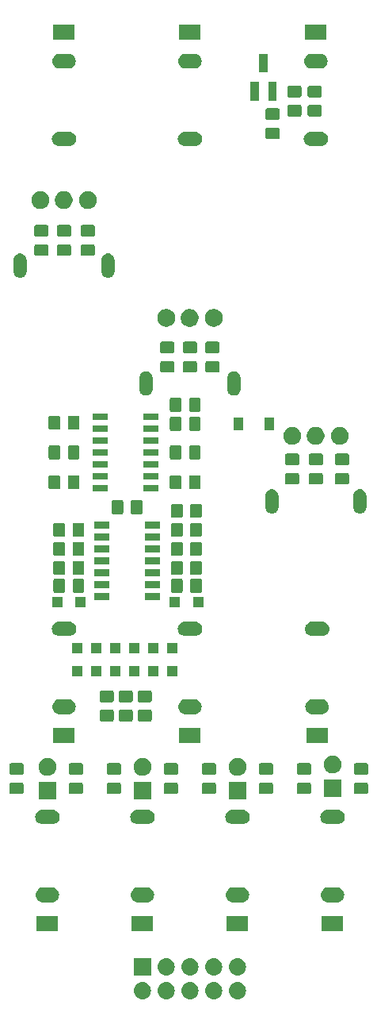
<source format=gbr>
G04 #@! TF.GenerationSoftware,KiCad,Pcbnew,(5.1.0)-1*
G04 #@! TF.CreationDate,2019-10-23T13:14:03-05:00*
G04 #@! TF.ProjectId,logiverter,6c6f6769-7665-4727-9465-722e6b696361,rev?*
G04 #@! TF.SameCoordinates,Original*
G04 #@! TF.FileFunction,Soldermask,Bot*
G04 #@! TF.FilePolarity,Negative*
%FSLAX46Y46*%
G04 Gerber Fmt 4.6, Leading zero omitted, Abs format (unit mm)*
G04 Created by KiCad (PCBNEW (5.1.0)-1) date 2019-10-23 13:14:03*
%MOMM*%
%LPD*%
G04 APERTURE LIST*
%ADD10C,0.100000*%
G04 APERTURE END LIST*
D10*
G36*
X101779294Y-198488633D02*
G01*
X101951695Y-198540931D01*
X102110583Y-198625858D01*
X102249849Y-198740151D01*
X102364142Y-198879417D01*
X102449069Y-199038305D01*
X102501367Y-199210706D01*
X102519025Y-199390000D01*
X102501367Y-199569294D01*
X102449069Y-199741695D01*
X102364142Y-199900583D01*
X102249849Y-200039849D01*
X102110583Y-200154142D01*
X101951695Y-200239069D01*
X101779294Y-200291367D01*
X101644931Y-200304600D01*
X101555069Y-200304600D01*
X101420706Y-200291367D01*
X101248305Y-200239069D01*
X101089417Y-200154142D01*
X100950151Y-200039849D01*
X100835858Y-199900583D01*
X100750931Y-199741695D01*
X100698633Y-199569294D01*
X100680975Y-199390000D01*
X100698633Y-199210706D01*
X100750931Y-199038305D01*
X100835858Y-198879417D01*
X100950151Y-198740151D01*
X101089417Y-198625858D01*
X101248305Y-198540931D01*
X101420706Y-198488633D01*
X101555069Y-198475400D01*
X101644931Y-198475400D01*
X101779294Y-198488633D01*
X101779294Y-198488633D01*
G37*
G36*
X99239294Y-198488633D02*
G01*
X99411695Y-198540931D01*
X99570583Y-198625858D01*
X99709849Y-198740151D01*
X99824142Y-198879417D01*
X99909069Y-199038305D01*
X99961367Y-199210706D01*
X99979025Y-199390000D01*
X99961367Y-199569294D01*
X99909069Y-199741695D01*
X99824142Y-199900583D01*
X99709849Y-200039849D01*
X99570583Y-200154142D01*
X99411695Y-200239069D01*
X99239294Y-200291367D01*
X99104931Y-200304600D01*
X99015069Y-200304600D01*
X98880706Y-200291367D01*
X98708305Y-200239069D01*
X98549417Y-200154142D01*
X98410151Y-200039849D01*
X98295858Y-199900583D01*
X98210931Y-199741695D01*
X98158633Y-199569294D01*
X98140975Y-199390000D01*
X98158633Y-199210706D01*
X98210931Y-199038305D01*
X98295858Y-198879417D01*
X98410151Y-198740151D01*
X98549417Y-198625858D01*
X98708305Y-198540931D01*
X98880706Y-198488633D01*
X99015069Y-198475400D01*
X99104931Y-198475400D01*
X99239294Y-198488633D01*
X99239294Y-198488633D01*
G37*
G36*
X91619294Y-198488633D02*
G01*
X91791695Y-198540931D01*
X91950583Y-198625858D01*
X92089849Y-198740151D01*
X92204142Y-198879417D01*
X92289069Y-199038305D01*
X92341367Y-199210706D01*
X92359025Y-199390000D01*
X92341367Y-199569294D01*
X92289069Y-199741695D01*
X92204142Y-199900583D01*
X92089849Y-200039849D01*
X91950583Y-200154142D01*
X91791695Y-200239069D01*
X91619294Y-200291367D01*
X91484931Y-200304600D01*
X91395069Y-200304600D01*
X91260706Y-200291367D01*
X91088305Y-200239069D01*
X90929417Y-200154142D01*
X90790151Y-200039849D01*
X90675858Y-199900583D01*
X90590931Y-199741695D01*
X90538633Y-199569294D01*
X90520975Y-199390000D01*
X90538633Y-199210706D01*
X90590931Y-199038305D01*
X90675858Y-198879417D01*
X90790151Y-198740151D01*
X90929417Y-198625858D01*
X91088305Y-198540931D01*
X91260706Y-198488633D01*
X91395069Y-198475400D01*
X91484931Y-198475400D01*
X91619294Y-198488633D01*
X91619294Y-198488633D01*
G37*
G36*
X96699294Y-198488633D02*
G01*
X96871695Y-198540931D01*
X97030583Y-198625858D01*
X97169849Y-198740151D01*
X97284142Y-198879417D01*
X97369069Y-199038305D01*
X97421367Y-199210706D01*
X97439025Y-199390000D01*
X97421367Y-199569294D01*
X97369069Y-199741695D01*
X97284142Y-199900583D01*
X97169849Y-200039849D01*
X97030583Y-200154142D01*
X96871695Y-200239069D01*
X96699294Y-200291367D01*
X96564931Y-200304600D01*
X96475069Y-200304600D01*
X96340706Y-200291367D01*
X96168305Y-200239069D01*
X96009417Y-200154142D01*
X95870151Y-200039849D01*
X95755858Y-199900583D01*
X95670931Y-199741695D01*
X95618633Y-199569294D01*
X95600975Y-199390000D01*
X95618633Y-199210706D01*
X95670931Y-199038305D01*
X95755858Y-198879417D01*
X95870151Y-198740151D01*
X96009417Y-198625858D01*
X96168305Y-198540931D01*
X96340706Y-198488633D01*
X96475069Y-198475400D01*
X96564931Y-198475400D01*
X96699294Y-198488633D01*
X96699294Y-198488633D01*
G37*
G36*
X94159294Y-198488633D02*
G01*
X94331695Y-198540931D01*
X94490583Y-198625858D01*
X94629849Y-198740151D01*
X94744142Y-198879417D01*
X94829069Y-199038305D01*
X94881367Y-199210706D01*
X94899025Y-199390000D01*
X94881367Y-199569294D01*
X94829069Y-199741695D01*
X94744142Y-199900583D01*
X94629849Y-200039849D01*
X94490583Y-200154142D01*
X94331695Y-200239069D01*
X94159294Y-200291367D01*
X94024931Y-200304600D01*
X93935069Y-200304600D01*
X93800706Y-200291367D01*
X93628305Y-200239069D01*
X93469417Y-200154142D01*
X93330151Y-200039849D01*
X93215858Y-199900583D01*
X93130931Y-199741695D01*
X93078633Y-199569294D01*
X93060975Y-199390000D01*
X93078633Y-199210706D01*
X93130931Y-199038305D01*
X93215858Y-198879417D01*
X93330151Y-198740151D01*
X93469417Y-198625858D01*
X93628305Y-198540931D01*
X93800706Y-198488633D01*
X93935069Y-198475400D01*
X94024931Y-198475400D01*
X94159294Y-198488633D01*
X94159294Y-198488633D01*
G37*
G36*
X94159294Y-195948633D02*
G01*
X94331695Y-196000931D01*
X94490583Y-196085858D01*
X94629849Y-196200151D01*
X94744142Y-196339417D01*
X94829069Y-196498305D01*
X94881367Y-196670706D01*
X94899025Y-196850000D01*
X94881367Y-197029294D01*
X94829069Y-197201695D01*
X94744142Y-197360583D01*
X94629849Y-197499849D01*
X94490583Y-197614142D01*
X94331695Y-197699069D01*
X94159294Y-197751367D01*
X94024931Y-197764600D01*
X93935069Y-197764600D01*
X93800706Y-197751367D01*
X93628305Y-197699069D01*
X93469417Y-197614142D01*
X93330151Y-197499849D01*
X93215858Y-197360583D01*
X93130931Y-197201695D01*
X93078633Y-197029294D01*
X93060975Y-196850000D01*
X93078633Y-196670706D01*
X93130931Y-196498305D01*
X93215858Y-196339417D01*
X93330151Y-196200151D01*
X93469417Y-196085858D01*
X93628305Y-196000931D01*
X93800706Y-195948633D01*
X93935069Y-195935400D01*
X94024931Y-195935400D01*
X94159294Y-195948633D01*
X94159294Y-195948633D01*
G37*
G36*
X101779294Y-195948633D02*
G01*
X101951695Y-196000931D01*
X102110583Y-196085858D01*
X102249849Y-196200151D01*
X102364142Y-196339417D01*
X102449069Y-196498305D01*
X102501367Y-196670706D01*
X102519025Y-196850000D01*
X102501367Y-197029294D01*
X102449069Y-197201695D01*
X102364142Y-197360583D01*
X102249849Y-197499849D01*
X102110583Y-197614142D01*
X101951695Y-197699069D01*
X101779294Y-197751367D01*
X101644931Y-197764600D01*
X101555069Y-197764600D01*
X101420706Y-197751367D01*
X101248305Y-197699069D01*
X101089417Y-197614142D01*
X100950151Y-197499849D01*
X100835858Y-197360583D01*
X100750931Y-197201695D01*
X100698633Y-197029294D01*
X100680975Y-196850000D01*
X100698633Y-196670706D01*
X100750931Y-196498305D01*
X100835858Y-196339417D01*
X100950151Y-196200151D01*
X101089417Y-196085858D01*
X101248305Y-196000931D01*
X101420706Y-195948633D01*
X101555069Y-195935400D01*
X101644931Y-195935400D01*
X101779294Y-195948633D01*
X101779294Y-195948633D01*
G37*
G36*
X99239294Y-195948633D02*
G01*
X99411695Y-196000931D01*
X99570583Y-196085858D01*
X99709849Y-196200151D01*
X99824142Y-196339417D01*
X99909069Y-196498305D01*
X99961367Y-196670706D01*
X99979025Y-196850000D01*
X99961367Y-197029294D01*
X99909069Y-197201695D01*
X99824142Y-197360583D01*
X99709849Y-197499849D01*
X99570583Y-197614142D01*
X99411695Y-197699069D01*
X99239294Y-197751367D01*
X99104931Y-197764600D01*
X99015069Y-197764600D01*
X98880706Y-197751367D01*
X98708305Y-197699069D01*
X98549417Y-197614142D01*
X98410151Y-197499849D01*
X98295858Y-197360583D01*
X98210931Y-197201695D01*
X98158633Y-197029294D01*
X98140975Y-196850000D01*
X98158633Y-196670706D01*
X98210931Y-196498305D01*
X98295858Y-196339417D01*
X98410151Y-196200151D01*
X98549417Y-196085858D01*
X98708305Y-196000931D01*
X98880706Y-195948633D01*
X99015069Y-195935400D01*
X99104931Y-195935400D01*
X99239294Y-195948633D01*
X99239294Y-195948633D01*
G37*
G36*
X96699294Y-195948633D02*
G01*
X96871695Y-196000931D01*
X97030583Y-196085858D01*
X97169849Y-196200151D01*
X97284142Y-196339417D01*
X97369069Y-196498305D01*
X97421367Y-196670706D01*
X97439025Y-196850000D01*
X97421367Y-197029294D01*
X97369069Y-197201695D01*
X97284142Y-197360583D01*
X97169849Y-197499849D01*
X97030583Y-197614142D01*
X96871695Y-197699069D01*
X96699294Y-197751367D01*
X96564931Y-197764600D01*
X96475069Y-197764600D01*
X96340706Y-197751367D01*
X96168305Y-197699069D01*
X96009417Y-197614142D01*
X95870151Y-197499849D01*
X95755858Y-197360583D01*
X95670931Y-197201695D01*
X95618633Y-197029294D01*
X95600975Y-196850000D01*
X95618633Y-196670706D01*
X95670931Y-196498305D01*
X95755858Y-196339417D01*
X95870151Y-196200151D01*
X96009417Y-196085858D01*
X96168305Y-196000931D01*
X96340706Y-195948633D01*
X96475069Y-195935400D01*
X96564931Y-195935400D01*
X96699294Y-195948633D01*
X96699294Y-195948633D01*
G37*
G36*
X92354600Y-197764600D02*
G01*
X90525400Y-197764600D01*
X90525400Y-195935400D01*
X92354600Y-195935400D01*
X92354600Y-197764600D01*
X92354600Y-197764600D01*
G37*
G36*
X92591000Y-193079000D02*
G01*
X90289000Y-193079000D01*
X90289000Y-191477000D01*
X92591000Y-191477000D01*
X92591000Y-193079000D01*
X92591000Y-193079000D01*
G37*
G36*
X102751000Y-193079000D02*
G01*
X100449000Y-193079000D01*
X100449000Y-191477000D01*
X102751000Y-191477000D01*
X102751000Y-193079000D01*
X102751000Y-193079000D01*
G37*
G36*
X82431000Y-193079000D02*
G01*
X80129000Y-193079000D01*
X80129000Y-191477000D01*
X82431000Y-191477000D01*
X82431000Y-193079000D01*
X82431000Y-193079000D01*
G37*
G36*
X112911000Y-193079000D02*
G01*
X110609000Y-193079000D01*
X110609000Y-191477000D01*
X112911000Y-191477000D01*
X112911000Y-193079000D01*
X112911000Y-193079000D01*
G37*
G36*
X112288571Y-188380863D02*
G01*
X112367023Y-188388590D01*
X112467682Y-188419125D01*
X112518013Y-188434392D01*
X112657165Y-188508771D01*
X112779133Y-188608867D01*
X112879229Y-188730835D01*
X112953608Y-188869987D01*
X112953608Y-188869988D01*
X112999410Y-189020977D01*
X113014875Y-189178000D01*
X112999410Y-189335023D01*
X112968875Y-189435682D01*
X112953608Y-189486013D01*
X112879229Y-189625165D01*
X112779133Y-189747133D01*
X112657165Y-189847229D01*
X112518013Y-189921608D01*
X112467682Y-189936875D01*
X112367023Y-189967410D01*
X112288571Y-189975137D01*
X112249346Y-189979000D01*
X111270654Y-189979000D01*
X111231429Y-189975137D01*
X111152977Y-189967410D01*
X111052318Y-189936875D01*
X111001987Y-189921608D01*
X110862835Y-189847229D01*
X110740867Y-189747133D01*
X110640771Y-189625165D01*
X110566392Y-189486013D01*
X110551125Y-189435682D01*
X110520590Y-189335023D01*
X110505125Y-189178000D01*
X110520590Y-189020977D01*
X110566392Y-188869988D01*
X110566392Y-188869987D01*
X110640771Y-188730835D01*
X110740867Y-188608867D01*
X110862835Y-188508771D01*
X111001987Y-188434392D01*
X111052318Y-188419125D01*
X111152977Y-188388590D01*
X111231429Y-188380863D01*
X111270654Y-188377000D01*
X112249346Y-188377000D01*
X112288571Y-188380863D01*
X112288571Y-188380863D01*
G37*
G36*
X91968571Y-188380863D02*
G01*
X92047023Y-188388590D01*
X92147682Y-188419125D01*
X92198013Y-188434392D01*
X92337165Y-188508771D01*
X92459133Y-188608867D01*
X92559229Y-188730835D01*
X92633608Y-188869987D01*
X92633608Y-188869988D01*
X92679410Y-189020977D01*
X92694875Y-189178000D01*
X92679410Y-189335023D01*
X92648875Y-189435682D01*
X92633608Y-189486013D01*
X92559229Y-189625165D01*
X92459133Y-189747133D01*
X92337165Y-189847229D01*
X92198013Y-189921608D01*
X92147682Y-189936875D01*
X92047023Y-189967410D01*
X91968571Y-189975137D01*
X91929346Y-189979000D01*
X90950654Y-189979000D01*
X90911429Y-189975137D01*
X90832977Y-189967410D01*
X90732318Y-189936875D01*
X90681987Y-189921608D01*
X90542835Y-189847229D01*
X90420867Y-189747133D01*
X90320771Y-189625165D01*
X90246392Y-189486013D01*
X90231125Y-189435682D01*
X90200590Y-189335023D01*
X90185125Y-189178000D01*
X90200590Y-189020977D01*
X90246392Y-188869988D01*
X90246392Y-188869987D01*
X90320771Y-188730835D01*
X90420867Y-188608867D01*
X90542835Y-188508771D01*
X90681987Y-188434392D01*
X90732318Y-188419125D01*
X90832977Y-188388590D01*
X90911429Y-188380863D01*
X90950654Y-188377000D01*
X91929346Y-188377000D01*
X91968571Y-188380863D01*
X91968571Y-188380863D01*
G37*
G36*
X102128571Y-188380863D02*
G01*
X102207023Y-188388590D01*
X102307682Y-188419125D01*
X102358013Y-188434392D01*
X102497165Y-188508771D01*
X102619133Y-188608867D01*
X102719229Y-188730835D01*
X102793608Y-188869987D01*
X102793608Y-188869988D01*
X102839410Y-189020977D01*
X102854875Y-189178000D01*
X102839410Y-189335023D01*
X102808875Y-189435682D01*
X102793608Y-189486013D01*
X102719229Y-189625165D01*
X102619133Y-189747133D01*
X102497165Y-189847229D01*
X102358013Y-189921608D01*
X102307682Y-189936875D01*
X102207023Y-189967410D01*
X102128571Y-189975137D01*
X102089346Y-189979000D01*
X101110654Y-189979000D01*
X101071429Y-189975137D01*
X100992977Y-189967410D01*
X100892318Y-189936875D01*
X100841987Y-189921608D01*
X100702835Y-189847229D01*
X100580867Y-189747133D01*
X100480771Y-189625165D01*
X100406392Y-189486013D01*
X100391125Y-189435682D01*
X100360590Y-189335023D01*
X100345125Y-189178000D01*
X100360590Y-189020977D01*
X100406392Y-188869988D01*
X100406392Y-188869987D01*
X100480771Y-188730835D01*
X100580867Y-188608867D01*
X100702835Y-188508771D01*
X100841987Y-188434392D01*
X100892318Y-188419125D01*
X100992977Y-188388590D01*
X101071429Y-188380863D01*
X101110654Y-188377000D01*
X102089346Y-188377000D01*
X102128571Y-188380863D01*
X102128571Y-188380863D01*
G37*
G36*
X81808571Y-188380863D02*
G01*
X81887023Y-188388590D01*
X81987682Y-188419125D01*
X82038013Y-188434392D01*
X82177165Y-188508771D01*
X82299133Y-188608867D01*
X82399229Y-188730835D01*
X82473608Y-188869987D01*
X82473608Y-188869988D01*
X82519410Y-189020977D01*
X82534875Y-189178000D01*
X82519410Y-189335023D01*
X82488875Y-189435682D01*
X82473608Y-189486013D01*
X82399229Y-189625165D01*
X82299133Y-189747133D01*
X82177165Y-189847229D01*
X82038013Y-189921608D01*
X81987682Y-189936875D01*
X81887023Y-189967410D01*
X81808571Y-189975137D01*
X81769346Y-189979000D01*
X80790654Y-189979000D01*
X80751429Y-189975137D01*
X80672977Y-189967410D01*
X80572318Y-189936875D01*
X80521987Y-189921608D01*
X80382835Y-189847229D01*
X80260867Y-189747133D01*
X80160771Y-189625165D01*
X80086392Y-189486013D01*
X80071125Y-189435682D01*
X80040590Y-189335023D01*
X80025125Y-189178000D01*
X80040590Y-189020977D01*
X80086392Y-188869988D01*
X80086392Y-188869987D01*
X80160771Y-188730835D01*
X80260867Y-188608867D01*
X80382835Y-188508771D01*
X80521987Y-188434392D01*
X80572318Y-188419125D01*
X80672977Y-188388590D01*
X80751429Y-188380863D01*
X80790654Y-188377000D01*
X81769346Y-188377000D01*
X81808571Y-188380863D01*
X81808571Y-188380863D01*
G37*
G36*
X112383665Y-180130622D02*
G01*
X112457222Y-180137867D01*
X112598786Y-180180810D01*
X112729252Y-180250546D01*
X112759040Y-180274992D01*
X112843607Y-180344393D01*
X112913008Y-180428960D01*
X112937454Y-180458748D01*
X113007190Y-180589214D01*
X113050133Y-180730778D01*
X113064633Y-180878000D01*
X113050133Y-181025222D01*
X113007190Y-181166786D01*
X112937454Y-181297252D01*
X112913008Y-181327040D01*
X112843607Y-181411607D01*
X112759040Y-181481008D01*
X112729252Y-181505454D01*
X112598786Y-181575190D01*
X112457222Y-181618133D01*
X112383665Y-181625378D01*
X112346888Y-181629000D01*
X111173112Y-181629000D01*
X111136335Y-181625378D01*
X111062778Y-181618133D01*
X110921214Y-181575190D01*
X110790748Y-181505454D01*
X110760960Y-181481008D01*
X110676393Y-181411607D01*
X110606992Y-181327040D01*
X110582546Y-181297252D01*
X110512810Y-181166786D01*
X110469867Y-181025222D01*
X110455367Y-180878000D01*
X110469867Y-180730778D01*
X110512810Y-180589214D01*
X110582546Y-180458748D01*
X110606992Y-180428960D01*
X110676393Y-180344393D01*
X110760960Y-180274992D01*
X110790748Y-180250546D01*
X110921214Y-180180810D01*
X111062778Y-180137867D01*
X111136335Y-180130622D01*
X111173112Y-180127000D01*
X112346888Y-180127000D01*
X112383665Y-180130622D01*
X112383665Y-180130622D01*
G37*
G36*
X92063665Y-180130622D02*
G01*
X92137222Y-180137867D01*
X92278786Y-180180810D01*
X92409252Y-180250546D01*
X92439040Y-180274992D01*
X92523607Y-180344393D01*
X92593008Y-180428960D01*
X92617454Y-180458748D01*
X92687190Y-180589214D01*
X92730133Y-180730778D01*
X92744633Y-180878000D01*
X92730133Y-181025222D01*
X92687190Y-181166786D01*
X92617454Y-181297252D01*
X92593008Y-181327040D01*
X92523607Y-181411607D01*
X92439040Y-181481008D01*
X92409252Y-181505454D01*
X92278786Y-181575190D01*
X92137222Y-181618133D01*
X92063665Y-181625378D01*
X92026888Y-181629000D01*
X90853112Y-181629000D01*
X90816335Y-181625378D01*
X90742778Y-181618133D01*
X90601214Y-181575190D01*
X90470748Y-181505454D01*
X90440960Y-181481008D01*
X90356393Y-181411607D01*
X90286992Y-181327040D01*
X90262546Y-181297252D01*
X90192810Y-181166786D01*
X90149867Y-181025222D01*
X90135367Y-180878000D01*
X90149867Y-180730778D01*
X90192810Y-180589214D01*
X90262546Y-180458748D01*
X90286992Y-180428960D01*
X90356393Y-180344393D01*
X90440960Y-180274992D01*
X90470748Y-180250546D01*
X90601214Y-180180810D01*
X90742778Y-180137867D01*
X90816335Y-180130622D01*
X90853112Y-180127000D01*
X92026888Y-180127000D01*
X92063665Y-180130622D01*
X92063665Y-180130622D01*
G37*
G36*
X81903665Y-180130622D02*
G01*
X81977222Y-180137867D01*
X82118786Y-180180810D01*
X82249252Y-180250546D01*
X82279040Y-180274992D01*
X82363607Y-180344393D01*
X82433008Y-180428960D01*
X82457454Y-180458748D01*
X82527190Y-180589214D01*
X82570133Y-180730778D01*
X82584633Y-180878000D01*
X82570133Y-181025222D01*
X82527190Y-181166786D01*
X82457454Y-181297252D01*
X82433008Y-181327040D01*
X82363607Y-181411607D01*
X82279040Y-181481008D01*
X82249252Y-181505454D01*
X82118786Y-181575190D01*
X81977222Y-181618133D01*
X81903665Y-181625378D01*
X81866888Y-181629000D01*
X80693112Y-181629000D01*
X80656335Y-181625378D01*
X80582778Y-181618133D01*
X80441214Y-181575190D01*
X80310748Y-181505454D01*
X80280960Y-181481008D01*
X80196393Y-181411607D01*
X80126992Y-181327040D01*
X80102546Y-181297252D01*
X80032810Y-181166786D01*
X79989867Y-181025222D01*
X79975367Y-180878000D01*
X79989867Y-180730778D01*
X80032810Y-180589214D01*
X80102546Y-180458748D01*
X80126992Y-180428960D01*
X80196393Y-180344393D01*
X80280960Y-180274992D01*
X80310748Y-180250546D01*
X80441214Y-180180810D01*
X80582778Y-180137867D01*
X80656335Y-180130622D01*
X80693112Y-180127000D01*
X81866888Y-180127000D01*
X81903665Y-180130622D01*
X81903665Y-180130622D01*
G37*
G36*
X102223665Y-180130622D02*
G01*
X102297222Y-180137867D01*
X102438786Y-180180810D01*
X102569252Y-180250546D01*
X102599040Y-180274992D01*
X102683607Y-180344393D01*
X102753008Y-180428960D01*
X102777454Y-180458748D01*
X102847190Y-180589214D01*
X102890133Y-180730778D01*
X102904633Y-180878000D01*
X102890133Y-181025222D01*
X102847190Y-181166786D01*
X102777454Y-181297252D01*
X102753008Y-181327040D01*
X102683607Y-181411607D01*
X102599040Y-181481008D01*
X102569252Y-181505454D01*
X102438786Y-181575190D01*
X102297222Y-181618133D01*
X102223665Y-181625378D01*
X102186888Y-181629000D01*
X101013112Y-181629000D01*
X100976335Y-181625378D01*
X100902778Y-181618133D01*
X100761214Y-181575190D01*
X100630748Y-181505454D01*
X100600960Y-181481008D01*
X100516393Y-181411607D01*
X100446992Y-181327040D01*
X100422546Y-181297252D01*
X100352810Y-181166786D01*
X100309867Y-181025222D01*
X100295367Y-180878000D01*
X100309867Y-180730778D01*
X100352810Y-180589214D01*
X100422546Y-180458748D01*
X100446992Y-180428960D01*
X100516393Y-180344393D01*
X100600960Y-180274992D01*
X100630748Y-180250546D01*
X100761214Y-180180810D01*
X100902778Y-180137867D01*
X100976335Y-180130622D01*
X101013112Y-180127000D01*
X102186888Y-180127000D01*
X102223665Y-180130622D01*
X102223665Y-180130622D01*
G37*
G36*
X92391000Y-179005000D02*
G01*
X90489000Y-179005000D01*
X90489000Y-177103000D01*
X92391000Y-177103000D01*
X92391000Y-179005000D01*
X92391000Y-179005000D01*
G37*
G36*
X102551000Y-179005000D02*
G01*
X100649000Y-179005000D01*
X100649000Y-177103000D01*
X102551000Y-177103000D01*
X102551000Y-179005000D01*
X102551000Y-179005000D01*
G37*
G36*
X82231000Y-179005000D02*
G01*
X80329000Y-179005000D01*
X80329000Y-177103000D01*
X82231000Y-177103000D01*
X82231000Y-179005000D01*
X82231000Y-179005000D01*
G37*
G36*
X112711000Y-178751000D02*
G01*
X110809000Y-178751000D01*
X110809000Y-176849000D01*
X112711000Y-176849000D01*
X112711000Y-178751000D01*
X112711000Y-178751000D01*
G37*
G36*
X105236674Y-177187465D02*
G01*
X105274367Y-177198899D01*
X105309103Y-177217466D01*
X105339548Y-177242452D01*
X105364534Y-177272897D01*
X105383101Y-177307633D01*
X105394535Y-177345326D01*
X105399000Y-177390661D01*
X105399000Y-178227339D01*
X105394535Y-178272674D01*
X105383101Y-178310367D01*
X105364534Y-178345103D01*
X105339548Y-178375548D01*
X105309103Y-178400534D01*
X105274367Y-178419101D01*
X105236674Y-178430535D01*
X105191339Y-178435000D01*
X104104661Y-178435000D01*
X104059326Y-178430535D01*
X104021633Y-178419101D01*
X103986897Y-178400534D01*
X103956452Y-178375548D01*
X103931466Y-178345103D01*
X103912899Y-178310367D01*
X103901465Y-178272674D01*
X103897000Y-178227339D01*
X103897000Y-177390661D01*
X103901465Y-177345326D01*
X103912899Y-177307633D01*
X103931466Y-177272897D01*
X103956452Y-177242452D01*
X103986897Y-177217466D01*
X104021633Y-177198899D01*
X104059326Y-177187465D01*
X104104661Y-177183000D01*
X105191339Y-177183000D01*
X105236674Y-177187465D01*
X105236674Y-177187465D01*
G37*
G36*
X115396674Y-177187465D02*
G01*
X115434367Y-177198899D01*
X115469103Y-177217466D01*
X115499548Y-177242452D01*
X115524534Y-177272897D01*
X115543101Y-177307633D01*
X115554535Y-177345326D01*
X115559000Y-177390661D01*
X115559000Y-178227339D01*
X115554535Y-178272674D01*
X115543101Y-178310367D01*
X115524534Y-178345103D01*
X115499548Y-178375548D01*
X115469103Y-178400534D01*
X115434367Y-178419101D01*
X115396674Y-178430535D01*
X115351339Y-178435000D01*
X114264661Y-178435000D01*
X114219326Y-178430535D01*
X114181633Y-178419101D01*
X114146897Y-178400534D01*
X114116452Y-178375548D01*
X114091466Y-178345103D01*
X114072899Y-178310367D01*
X114061465Y-178272674D01*
X114057000Y-178227339D01*
X114057000Y-177390661D01*
X114061465Y-177345326D01*
X114072899Y-177307633D01*
X114091466Y-177272897D01*
X114116452Y-177242452D01*
X114146897Y-177217466D01*
X114181633Y-177198899D01*
X114219326Y-177187465D01*
X114264661Y-177183000D01*
X115351339Y-177183000D01*
X115396674Y-177187465D01*
X115396674Y-177187465D01*
G37*
G36*
X109300674Y-177187465D02*
G01*
X109338367Y-177198899D01*
X109373103Y-177217466D01*
X109403548Y-177242452D01*
X109428534Y-177272897D01*
X109447101Y-177307633D01*
X109458535Y-177345326D01*
X109463000Y-177390661D01*
X109463000Y-178227339D01*
X109458535Y-178272674D01*
X109447101Y-178310367D01*
X109428534Y-178345103D01*
X109403548Y-178375548D01*
X109373103Y-178400534D01*
X109338367Y-178419101D01*
X109300674Y-178430535D01*
X109255339Y-178435000D01*
X108168661Y-178435000D01*
X108123326Y-178430535D01*
X108085633Y-178419101D01*
X108050897Y-178400534D01*
X108020452Y-178375548D01*
X107995466Y-178345103D01*
X107976899Y-178310367D01*
X107965465Y-178272674D01*
X107961000Y-178227339D01*
X107961000Y-177390661D01*
X107965465Y-177345326D01*
X107976899Y-177307633D01*
X107995466Y-177272897D01*
X108020452Y-177242452D01*
X108050897Y-177217466D01*
X108085633Y-177198899D01*
X108123326Y-177187465D01*
X108168661Y-177183000D01*
X109255339Y-177183000D01*
X109300674Y-177187465D01*
X109300674Y-177187465D01*
G37*
G36*
X99140674Y-177187465D02*
G01*
X99178367Y-177198899D01*
X99213103Y-177217466D01*
X99243548Y-177242452D01*
X99268534Y-177272897D01*
X99287101Y-177307633D01*
X99298535Y-177345326D01*
X99303000Y-177390661D01*
X99303000Y-178227339D01*
X99298535Y-178272674D01*
X99287101Y-178310367D01*
X99268534Y-178345103D01*
X99243548Y-178375548D01*
X99213103Y-178400534D01*
X99178367Y-178419101D01*
X99140674Y-178430535D01*
X99095339Y-178435000D01*
X98008661Y-178435000D01*
X97963326Y-178430535D01*
X97925633Y-178419101D01*
X97890897Y-178400534D01*
X97860452Y-178375548D01*
X97835466Y-178345103D01*
X97816899Y-178310367D01*
X97805465Y-178272674D01*
X97801000Y-178227339D01*
X97801000Y-177390661D01*
X97805465Y-177345326D01*
X97816899Y-177307633D01*
X97835466Y-177272897D01*
X97860452Y-177242452D01*
X97890897Y-177217466D01*
X97925633Y-177198899D01*
X97963326Y-177187465D01*
X98008661Y-177183000D01*
X99095339Y-177183000D01*
X99140674Y-177187465D01*
X99140674Y-177187465D01*
G37*
G36*
X95076674Y-177187465D02*
G01*
X95114367Y-177198899D01*
X95149103Y-177217466D01*
X95179548Y-177242452D01*
X95204534Y-177272897D01*
X95223101Y-177307633D01*
X95234535Y-177345326D01*
X95239000Y-177390661D01*
X95239000Y-178227339D01*
X95234535Y-178272674D01*
X95223101Y-178310367D01*
X95204534Y-178345103D01*
X95179548Y-178375548D01*
X95149103Y-178400534D01*
X95114367Y-178419101D01*
X95076674Y-178430535D01*
X95031339Y-178435000D01*
X93944661Y-178435000D01*
X93899326Y-178430535D01*
X93861633Y-178419101D01*
X93826897Y-178400534D01*
X93796452Y-178375548D01*
X93771466Y-178345103D01*
X93752899Y-178310367D01*
X93741465Y-178272674D01*
X93737000Y-178227339D01*
X93737000Y-177390661D01*
X93741465Y-177345326D01*
X93752899Y-177307633D01*
X93771466Y-177272897D01*
X93796452Y-177242452D01*
X93826897Y-177217466D01*
X93861633Y-177198899D01*
X93899326Y-177187465D01*
X93944661Y-177183000D01*
X95031339Y-177183000D01*
X95076674Y-177187465D01*
X95076674Y-177187465D01*
G37*
G36*
X88980674Y-177187465D02*
G01*
X89018367Y-177198899D01*
X89053103Y-177217466D01*
X89083548Y-177242452D01*
X89108534Y-177272897D01*
X89127101Y-177307633D01*
X89138535Y-177345326D01*
X89143000Y-177390661D01*
X89143000Y-178227339D01*
X89138535Y-178272674D01*
X89127101Y-178310367D01*
X89108534Y-178345103D01*
X89083548Y-178375548D01*
X89053103Y-178400534D01*
X89018367Y-178419101D01*
X88980674Y-178430535D01*
X88935339Y-178435000D01*
X87848661Y-178435000D01*
X87803326Y-178430535D01*
X87765633Y-178419101D01*
X87730897Y-178400534D01*
X87700452Y-178375548D01*
X87675466Y-178345103D01*
X87656899Y-178310367D01*
X87645465Y-178272674D01*
X87641000Y-178227339D01*
X87641000Y-177390661D01*
X87645465Y-177345326D01*
X87656899Y-177307633D01*
X87675466Y-177272897D01*
X87700452Y-177242452D01*
X87730897Y-177217466D01*
X87765633Y-177198899D01*
X87803326Y-177187465D01*
X87848661Y-177183000D01*
X88935339Y-177183000D01*
X88980674Y-177187465D01*
X88980674Y-177187465D01*
G37*
G36*
X84916674Y-177187465D02*
G01*
X84954367Y-177198899D01*
X84989103Y-177217466D01*
X85019548Y-177242452D01*
X85044534Y-177272897D01*
X85063101Y-177307633D01*
X85074535Y-177345326D01*
X85079000Y-177390661D01*
X85079000Y-178227339D01*
X85074535Y-178272674D01*
X85063101Y-178310367D01*
X85044534Y-178345103D01*
X85019548Y-178375548D01*
X84989103Y-178400534D01*
X84954367Y-178419101D01*
X84916674Y-178430535D01*
X84871339Y-178435000D01*
X83784661Y-178435000D01*
X83739326Y-178430535D01*
X83701633Y-178419101D01*
X83666897Y-178400534D01*
X83636452Y-178375548D01*
X83611466Y-178345103D01*
X83592899Y-178310367D01*
X83581465Y-178272674D01*
X83577000Y-178227339D01*
X83577000Y-177390661D01*
X83581465Y-177345326D01*
X83592899Y-177307633D01*
X83611466Y-177272897D01*
X83636452Y-177242452D01*
X83666897Y-177217466D01*
X83701633Y-177198899D01*
X83739326Y-177187465D01*
X83784661Y-177183000D01*
X84871339Y-177183000D01*
X84916674Y-177187465D01*
X84916674Y-177187465D01*
G37*
G36*
X78566674Y-177187465D02*
G01*
X78604367Y-177198899D01*
X78639103Y-177217466D01*
X78669548Y-177242452D01*
X78694534Y-177272897D01*
X78713101Y-177307633D01*
X78724535Y-177345326D01*
X78729000Y-177390661D01*
X78729000Y-178227339D01*
X78724535Y-178272674D01*
X78713101Y-178310367D01*
X78694534Y-178345103D01*
X78669548Y-178375548D01*
X78639103Y-178400534D01*
X78604367Y-178419101D01*
X78566674Y-178430535D01*
X78521339Y-178435000D01*
X77434661Y-178435000D01*
X77389326Y-178430535D01*
X77351633Y-178419101D01*
X77316897Y-178400534D01*
X77286452Y-178375548D01*
X77261466Y-178345103D01*
X77242899Y-178310367D01*
X77231465Y-178272674D01*
X77227000Y-178227339D01*
X77227000Y-177390661D01*
X77231465Y-177345326D01*
X77242899Y-177307633D01*
X77261466Y-177272897D01*
X77286452Y-177242452D01*
X77316897Y-177217466D01*
X77351633Y-177198899D01*
X77389326Y-177187465D01*
X77434661Y-177183000D01*
X78521339Y-177183000D01*
X78566674Y-177187465D01*
X78566674Y-177187465D01*
G37*
G36*
X81557395Y-174599546D02*
G01*
X81730466Y-174671234D01*
X81730467Y-174671235D01*
X81886227Y-174775310D01*
X82018690Y-174907773D01*
X82018691Y-174907775D01*
X82122766Y-175063534D01*
X82194454Y-175236605D01*
X82231000Y-175420333D01*
X82231000Y-175607667D01*
X82194454Y-175791395D01*
X82122766Y-175964466D01*
X82071081Y-176041818D01*
X82018690Y-176120227D01*
X81886227Y-176252690D01*
X81869243Y-176264038D01*
X81730466Y-176356766D01*
X81557395Y-176428454D01*
X81373667Y-176465000D01*
X81186333Y-176465000D01*
X81002605Y-176428454D01*
X80829534Y-176356766D01*
X80690757Y-176264038D01*
X80673773Y-176252690D01*
X80541310Y-176120227D01*
X80488919Y-176041818D01*
X80437234Y-175964466D01*
X80365546Y-175791395D01*
X80329000Y-175607667D01*
X80329000Y-175420333D01*
X80365546Y-175236605D01*
X80437234Y-175063534D01*
X80541309Y-174907775D01*
X80541310Y-174907773D01*
X80673773Y-174775310D01*
X80829533Y-174671235D01*
X80829534Y-174671234D01*
X81002605Y-174599546D01*
X81186333Y-174563000D01*
X81373667Y-174563000D01*
X81557395Y-174599546D01*
X81557395Y-174599546D01*
G37*
G36*
X91717395Y-174599546D02*
G01*
X91890466Y-174671234D01*
X91890467Y-174671235D01*
X92046227Y-174775310D01*
X92178690Y-174907773D01*
X92178691Y-174907775D01*
X92282766Y-175063534D01*
X92354454Y-175236605D01*
X92391000Y-175420333D01*
X92391000Y-175607667D01*
X92354454Y-175791395D01*
X92282766Y-175964466D01*
X92231081Y-176041818D01*
X92178690Y-176120227D01*
X92046227Y-176252690D01*
X92029243Y-176264038D01*
X91890466Y-176356766D01*
X91717395Y-176428454D01*
X91533667Y-176465000D01*
X91346333Y-176465000D01*
X91162605Y-176428454D01*
X90989534Y-176356766D01*
X90850757Y-176264038D01*
X90833773Y-176252690D01*
X90701310Y-176120227D01*
X90648919Y-176041818D01*
X90597234Y-175964466D01*
X90525546Y-175791395D01*
X90489000Y-175607667D01*
X90489000Y-175420333D01*
X90525546Y-175236605D01*
X90597234Y-175063534D01*
X90701309Y-174907775D01*
X90701310Y-174907773D01*
X90833773Y-174775310D01*
X90989533Y-174671235D01*
X90989534Y-174671234D01*
X91162605Y-174599546D01*
X91346333Y-174563000D01*
X91533667Y-174563000D01*
X91717395Y-174599546D01*
X91717395Y-174599546D01*
G37*
G36*
X101877395Y-174599546D02*
G01*
X102050466Y-174671234D01*
X102050467Y-174671235D01*
X102206227Y-174775310D01*
X102338690Y-174907773D01*
X102338691Y-174907775D01*
X102442766Y-175063534D01*
X102514454Y-175236605D01*
X102551000Y-175420333D01*
X102551000Y-175607667D01*
X102514454Y-175791395D01*
X102442766Y-175964466D01*
X102391081Y-176041818D01*
X102338690Y-176120227D01*
X102206227Y-176252690D01*
X102189243Y-176264038D01*
X102050466Y-176356766D01*
X101877395Y-176428454D01*
X101693667Y-176465000D01*
X101506333Y-176465000D01*
X101322605Y-176428454D01*
X101149534Y-176356766D01*
X101010757Y-176264038D01*
X100993773Y-176252690D01*
X100861310Y-176120227D01*
X100808919Y-176041818D01*
X100757234Y-175964466D01*
X100685546Y-175791395D01*
X100649000Y-175607667D01*
X100649000Y-175420333D01*
X100685546Y-175236605D01*
X100757234Y-175063534D01*
X100861309Y-174907775D01*
X100861310Y-174907773D01*
X100993773Y-174775310D01*
X101149533Y-174671235D01*
X101149534Y-174671234D01*
X101322605Y-174599546D01*
X101506333Y-174563000D01*
X101693667Y-174563000D01*
X101877395Y-174599546D01*
X101877395Y-174599546D01*
G37*
G36*
X99140674Y-175137465D02*
G01*
X99178367Y-175148899D01*
X99213103Y-175167466D01*
X99243548Y-175192452D01*
X99268534Y-175222897D01*
X99287101Y-175257633D01*
X99298535Y-175295326D01*
X99303000Y-175340661D01*
X99303000Y-176177339D01*
X99298535Y-176222674D01*
X99287101Y-176260367D01*
X99268534Y-176295103D01*
X99243548Y-176325548D01*
X99213103Y-176350534D01*
X99178367Y-176369101D01*
X99140674Y-176380535D01*
X99095339Y-176385000D01*
X98008661Y-176385000D01*
X97963326Y-176380535D01*
X97925633Y-176369101D01*
X97890897Y-176350534D01*
X97860452Y-176325548D01*
X97835466Y-176295103D01*
X97816899Y-176260367D01*
X97805465Y-176222674D01*
X97801000Y-176177339D01*
X97801000Y-175340661D01*
X97805465Y-175295326D01*
X97816899Y-175257633D01*
X97835466Y-175222897D01*
X97860452Y-175192452D01*
X97890897Y-175167466D01*
X97925633Y-175148899D01*
X97963326Y-175137465D01*
X98008661Y-175133000D01*
X99095339Y-175133000D01*
X99140674Y-175137465D01*
X99140674Y-175137465D01*
G37*
G36*
X84916674Y-175137465D02*
G01*
X84954367Y-175148899D01*
X84989103Y-175167466D01*
X85019548Y-175192452D01*
X85044534Y-175222897D01*
X85063101Y-175257633D01*
X85074535Y-175295326D01*
X85079000Y-175340661D01*
X85079000Y-176177339D01*
X85074535Y-176222674D01*
X85063101Y-176260367D01*
X85044534Y-176295103D01*
X85019548Y-176325548D01*
X84989103Y-176350534D01*
X84954367Y-176369101D01*
X84916674Y-176380535D01*
X84871339Y-176385000D01*
X83784661Y-176385000D01*
X83739326Y-176380535D01*
X83701633Y-176369101D01*
X83666897Y-176350534D01*
X83636452Y-176325548D01*
X83611466Y-176295103D01*
X83592899Y-176260367D01*
X83581465Y-176222674D01*
X83577000Y-176177339D01*
X83577000Y-175340661D01*
X83581465Y-175295326D01*
X83592899Y-175257633D01*
X83611466Y-175222897D01*
X83636452Y-175192452D01*
X83666897Y-175167466D01*
X83701633Y-175148899D01*
X83739326Y-175137465D01*
X83784661Y-175133000D01*
X84871339Y-175133000D01*
X84916674Y-175137465D01*
X84916674Y-175137465D01*
G37*
G36*
X88980674Y-175137465D02*
G01*
X89018367Y-175148899D01*
X89053103Y-175167466D01*
X89083548Y-175192452D01*
X89108534Y-175222897D01*
X89127101Y-175257633D01*
X89138535Y-175295326D01*
X89143000Y-175340661D01*
X89143000Y-176177339D01*
X89138535Y-176222674D01*
X89127101Y-176260367D01*
X89108534Y-176295103D01*
X89083548Y-176325548D01*
X89053103Y-176350534D01*
X89018367Y-176369101D01*
X88980674Y-176380535D01*
X88935339Y-176385000D01*
X87848661Y-176385000D01*
X87803326Y-176380535D01*
X87765633Y-176369101D01*
X87730897Y-176350534D01*
X87700452Y-176325548D01*
X87675466Y-176295103D01*
X87656899Y-176260367D01*
X87645465Y-176222674D01*
X87641000Y-176177339D01*
X87641000Y-175340661D01*
X87645465Y-175295326D01*
X87656899Y-175257633D01*
X87675466Y-175222897D01*
X87700452Y-175192452D01*
X87730897Y-175167466D01*
X87765633Y-175148899D01*
X87803326Y-175137465D01*
X87848661Y-175133000D01*
X88935339Y-175133000D01*
X88980674Y-175137465D01*
X88980674Y-175137465D01*
G37*
G36*
X109300674Y-175137465D02*
G01*
X109338367Y-175148899D01*
X109373103Y-175167466D01*
X109403548Y-175192452D01*
X109428534Y-175222897D01*
X109447101Y-175257633D01*
X109458535Y-175295326D01*
X109463000Y-175340661D01*
X109463000Y-176177339D01*
X109458535Y-176222674D01*
X109447101Y-176260367D01*
X109428534Y-176295103D01*
X109403548Y-176325548D01*
X109373103Y-176350534D01*
X109338367Y-176369101D01*
X109300674Y-176380535D01*
X109255339Y-176385000D01*
X108168661Y-176385000D01*
X108123326Y-176380535D01*
X108085633Y-176369101D01*
X108050897Y-176350534D01*
X108020452Y-176325548D01*
X107995466Y-176295103D01*
X107976899Y-176260367D01*
X107965465Y-176222674D01*
X107961000Y-176177339D01*
X107961000Y-175340661D01*
X107965465Y-175295326D01*
X107976899Y-175257633D01*
X107995466Y-175222897D01*
X108020452Y-175192452D01*
X108050897Y-175167466D01*
X108085633Y-175148899D01*
X108123326Y-175137465D01*
X108168661Y-175133000D01*
X109255339Y-175133000D01*
X109300674Y-175137465D01*
X109300674Y-175137465D01*
G37*
G36*
X115396674Y-175137465D02*
G01*
X115434367Y-175148899D01*
X115469103Y-175167466D01*
X115499548Y-175192452D01*
X115524534Y-175222897D01*
X115543101Y-175257633D01*
X115554535Y-175295326D01*
X115559000Y-175340661D01*
X115559000Y-176177339D01*
X115554535Y-176222674D01*
X115543101Y-176260367D01*
X115524534Y-176295103D01*
X115499548Y-176325548D01*
X115469103Y-176350534D01*
X115434367Y-176369101D01*
X115396674Y-176380535D01*
X115351339Y-176385000D01*
X114264661Y-176385000D01*
X114219326Y-176380535D01*
X114181633Y-176369101D01*
X114146897Y-176350534D01*
X114116452Y-176325548D01*
X114091466Y-176295103D01*
X114072899Y-176260367D01*
X114061465Y-176222674D01*
X114057000Y-176177339D01*
X114057000Y-175340661D01*
X114061465Y-175295326D01*
X114072899Y-175257633D01*
X114091466Y-175222897D01*
X114116452Y-175192452D01*
X114146897Y-175167466D01*
X114181633Y-175148899D01*
X114219326Y-175137465D01*
X114264661Y-175133000D01*
X115351339Y-175133000D01*
X115396674Y-175137465D01*
X115396674Y-175137465D01*
G37*
G36*
X105236674Y-175137465D02*
G01*
X105274367Y-175148899D01*
X105309103Y-175167466D01*
X105339548Y-175192452D01*
X105364534Y-175222897D01*
X105383101Y-175257633D01*
X105394535Y-175295326D01*
X105399000Y-175340661D01*
X105399000Y-176177339D01*
X105394535Y-176222674D01*
X105383101Y-176260367D01*
X105364534Y-176295103D01*
X105339548Y-176325548D01*
X105309103Y-176350534D01*
X105274367Y-176369101D01*
X105236674Y-176380535D01*
X105191339Y-176385000D01*
X104104661Y-176385000D01*
X104059326Y-176380535D01*
X104021633Y-176369101D01*
X103986897Y-176350534D01*
X103956452Y-176325548D01*
X103931466Y-176295103D01*
X103912899Y-176260367D01*
X103901465Y-176222674D01*
X103897000Y-176177339D01*
X103897000Y-175340661D01*
X103901465Y-175295326D01*
X103912899Y-175257633D01*
X103931466Y-175222897D01*
X103956452Y-175192452D01*
X103986897Y-175167466D01*
X104021633Y-175148899D01*
X104059326Y-175137465D01*
X104104661Y-175133000D01*
X105191339Y-175133000D01*
X105236674Y-175137465D01*
X105236674Y-175137465D01*
G37*
G36*
X78566674Y-175137465D02*
G01*
X78604367Y-175148899D01*
X78639103Y-175167466D01*
X78669548Y-175192452D01*
X78694534Y-175222897D01*
X78713101Y-175257633D01*
X78724535Y-175295326D01*
X78729000Y-175340661D01*
X78729000Y-176177339D01*
X78724535Y-176222674D01*
X78713101Y-176260367D01*
X78694534Y-176295103D01*
X78669548Y-176325548D01*
X78639103Y-176350534D01*
X78604367Y-176369101D01*
X78566674Y-176380535D01*
X78521339Y-176385000D01*
X77434661Y-176385000D01*
X77389326Y-176380535D01*
X77351633Y-176369101D01*
X77316897Y-176350534D01*
X77286452Y-176325548D01*
X77261466Y-176295103D01*
X77242899Y-176260367D01*
X77231465Y-176222674D01*
X77227000Y-176177339D01*
X77227000Y-175340661D01*
X77231465Y-175295326D01*
X77242899Y-175257633D01*
X77261466Y-175222897D01*
X77286452Y-175192452D01*
X77316897Y-175167466D01*
X77351633Y-175148899D01*
X77389326Y-175137465D01*
X77434661Y-175133000D01*
X78521339Y-175133000D01*
X78566674Y-175137465D01*
X78566674Y-175137465D01*
G37*
G36*
X95076674Y-175137465D02*
G01*
X95114367Y-175148899D01*
X95149103Y-175167466D01*
X95179548Y-175192452D01*
X95204534Y-175222897D01*
X95223101Y-175257633D01*
X95234535Y-175295326D01*
X95239000Y-175340661D01*
X95239000Y-176177339D01*
X95234535Y-176222674D01*
X95223101Y-176260367D01*
X95204534Y-176295103D01*
X95179548Y-176325548D01*
X95149103Y-176350534D01*
X95114367Y-176369101D01*
X95076674Y-176380535D01*
X95031339Y-176385000D01*
X93944661Y-176385000D01*
X93899326Y-176380535D01*
X93861633Y-176369101D01*
X93826897Y-176350534D01*
X93796452Y-176325548D01*
X93771466Y-176295103D01*
X93752899Y-176260367D01*
X93741465Y-176222674D01*
X93737000Y-176177339D01*
X93737000Y-175340661D01*
X93741465Y-175295326D01*
X93752899Y-175257633D01*
X93771466Y-175222897D01*
X93796452Y-175192452D01*
X93826897Y-175167466D01*
X93861633Y-175148899D01*
X93899326Y-175137465D01*
X93944661Y-175133000D01*
X95031339Y-175133000D01*
X95076674Y-175137465D01*
X95076674Y-175137465D01*
G37*
G36*
X112037395Y-174345546D02*
G01*
X112210466Y-174417234D01*
X112210467Y-174417235D01*
X112366227Y-174521310D01*
X112498690Y-174653773D01*
X112551081Y-174732182D01*
X112602766Y-174809534D01*
X112674454Y-174982605D01*
X112711000Y-175166333D01*
X112711000Y-175353667D01*
X112674454Y-175537395D01*
X112602766Y-175710466D01*
X112602765Y-175710467D01*
X112498690Y-175866227D01*
X112366227Y-175998690D01*
X112287818Y-176051081D01*
X112210466Y-176102766D01*
X112037395Y-176174454D01*
X111853667Y-176211000D01*
X111666333Y-176211000D01*
X111482605Y-176174454D01*
X111309534Y-176102766D01*
X111232182Y-176051081D01*
X111153773Y-175998690D01*
X111021310Y-175866227D01*
X110917235Y-175710467D01*
X110917234Y-175710466D01*
X110845546Y-175537395D01*
X110809000Y-175353667D01*
X110809000Y-175166333D01*
X110845546Y-174982605D01*
X110917234Y-174809534D01*
X110968919Y-174732182D01*
X111021310Y-174653773D01*
X111153773Y-174521310D01*
X111309533Y-174417235D01*
X111309534Y-174417234D01*
X111482605Y-174345546D01*
X111666333Y-174309000D01*
X111853667Y-174309000D01*
X112037395Y-174345546D01*
X112037395Y-174345546D01*
G37*
G36*
X111260000Y-173013000D02*
G01*
X108958000Y-173013000D01*
X108958000Y-171411000D01*
X111260000Y-171411000D01*
X111260000Y-173013000D01*
X111260000Y-173013000D01*
G37*
G36*
X97671000Y-173013000D02*
G01*
X95369000Y-173013000D01*
X95369000Y-171411000D01*
X97671000Y-171411000D01*
X97671000Y-173013000D01*
X97671000Y-173013000D01*
G37*
G36*
X84209000Y-173013000D02*
G01*
X81907000Y-173013000D01*
X81907000Y-171411000D01*
X84209000Y-171411000D01*
X84209000Y-173013000D01*
X84209000Y-173013000D01*
G37*
G36*
X90250674Y-169440465D02*
G01*
X90288367Y-169451899D01*
X90323103Y-169470466D01*
X90353548Y-169495452D01*
X90378534Y-169525897D01*
X90397101Y-169560633D01*
X90408535Y-169598326D01*
X90413000Y-169643661D01*
X90413000Y-170480339D01*
X90408535Y-170525674D01*
X90397101Y-170563367D01*
X90378534Y-170598103D01*
X90353548Y-170628548D01*
X90323103Y-170653534D01*
X90288367Y-170672101D01*
X90250674Y-170683535D01*
X90205339Y-170688000D01*
X89118661Y-170688000D01*
X89073326Y-170683535D01*
X89035633Y-170672101D01*
X89000897Y-170653534D01*
X88970452Y-170628548D01*
X88945466Y-170598103D01*
X88926899Y-170563367D01*
X88915465Y-170525674D01*
X88911000Y-170480339D01*
X88911000Y-169643661D01*
X88915465Y-169598326D01*
X88926899Y-169560633D01*
X88945466Y-169525897D01*
X88970452Y-169495452D01*
X89000897Y-169470466D01*
X89035633Y-169451899D01*
X89073326Y-169440465D01*
X89118661Y-169436000D01*
X90205339Y-169436000D01*
X90250674Y-169440465D01*
X90250674Y-169440465D01*
G37*
G36*
X92282674Y-169440465D02*
G01*
X92320367Y-169451899D01*
X92355103Y-169470466D01*
X92385548Y-169495452D01*
X92410534Y-169525897D01*
X92429101Y-169560633D01*
X92440535Y-169598326D01*
X92445000Y-169643661D01*
X92445000Y-170480339D01*
X92440535Y-170525674D01*
X92429101Y-170563367D01*
X92410534Y-170598103D01*
X92385548Y-170628548D01*
X92355103Y-170653534D01*
X92320367Y-170672101D01*
X92282674Y-170683535D01*
X92237339Y-170688000D01*
X91150661Y-170688000D01*
X91105326Y-170683535D01*
X91067633Y-170672101D01*
X91032897Y-170653534D01*
X91002452Y-170628548D01*
X90977466Y-170598103D01*
X90958899Y-170563367D01*
X90947465Y-170525674D01*
X90943000Y-170480339D01*
X90943000Y-169643661D01*
X90947465Y-169598326D01*
X90958899Y-169560633D01*
X90977466Y-169525897D01*
X91002452Y-169495452D01*
X91032897Y-169470466D01*
X91067633Y-169451899D01*
X91105326Y-169440465D01*
X91150661Y-169436000D01*
X92237339Y-169436000D01*
X92282674Y-169440465D01*
X92282674Y-169440465D01*
G37*
G36*
X88218674Y-169440465D02*
G01*
X88256367Y-169451899D01*
X88291103Y-169470466D01*
X88321548Y-169495452D01*
X88346534Y-169525897D01*
X88365101Y-169560633D01*
X88376535Y-169598326D01*
X88381000Y-169643661D01*
X88381000Y-170480339D01*
X88376535Y-170525674D01*
X88365101Y-170563367D01*
X88346534Y-170598103D01*
X88321548Y-170628548D01*
X88291103Y-170653534D01*
X88256367Y-170672101D01*
X88218674Y-170683535D01*
X88173339Y-170688000D01*
X87086661Y-170688000D01*
X87041326Y-170683535D01*
X87003633Y-170672101D01*
X86968897Y-170653534D01*
X86938452Y-170628548D01*
X86913466Y-170598103D01*
X86894899Y-170563367D01*
X86883465Y-170525674D01*
X86879000Y-170480339D01*
X86879000Y-169643661D01*
X86883465Y-169598326D01*
X86894899Y-169560633D01*
X86913466Y-169525897D01*
X86938452Y-169495452D01*
X86968897Y-169470466D01*
X87003633Y-169451899D01*
X87041326Y-169440465D01*
X87086661Y-169436000D01*
X88173339Y-169436000D01*
X88218674Y-169440465D01*
X88218674Y-169440465D01*
G37*
G36*
X110637571Y-168314863D02*
G01*
X110716023Y-168322590D01*
X110816682Y-168353125D01*
X110867013Y-168368392D01*
X111006165Y-168442771D01*
X111128133Y-168542867D01*
X111228229Y-168664835D01*
X111302608Y-168803987D01*
X111302608Y-168803988D01*
X111348410Y-168954977D01*
X111363875Y-169112000D01*
X111348410Y-169269023D01*
X111317875Y-169369682D01*
X111302608Y-169420013D01*
X111228229Y-169559165D01*
X111128133Y-169681133D01*
X111006165Y-169781229D01*
X110867013Y-169855608D01*
X110816682Y-169870875D01*
X110716023Y-169901410D01*
X110637571Y-169909137D01*
X110598346Y-169913000D01*
X109619654Y-169913000D01*
X109580429Y-169909137D01*
X109501977Y-169901410D01*
X109401318Y-169870875D01*
X109350987Y-169855608D01*
X109211835Y-169781229D01*
X109089867Y-169681133D01*
X108989771Y-169559165D01*
X108915392Y-169420013D01*
X108900125Y-169369682D01*
X108869590Y-169269023D01*
X108854125Y-169112000D01*
X108869590Y-168954977D01*
X108915392Y-168803988D01*
X108915392Y-168803987D01*
X108989771Y-168664835D01*
X109089867Y-168542867D01*
X109211835Y-168442771D01*
X109350987Y-168368392D01*
X109401318Y-168353125D01*
X109501977Y-168322590D01*
X109580429Y-168314863D01*
X109619654Y-168311000D01*
X110598346Y-168311000D01*
X110637571Y-168314863D01*
X110637571Y-168314863D01*
G37*
G36*
X83586571Y-168314863D02*
G01*
X83665023Y-168322590D01*
X83765682Y-168353125D01*
X83816013Y-168368392D01*
X83955165Y-168442771D01*
X84077133Y-168542867D01*
X84177229Y-168664835D01*
X84251608Y-168803987D01*
X84251608Y-168803988D01*
X84297410Y-168954977D01*
X84312875Y-169112000D01*
X84297410Y-169269023D01*
X84266875Y-169369682D01*
X84251608Y-169420013D01*
X84177229Y-169559165D01*
X84077133Y-169681133D01*
X83955165Y-169781229D01*
X83816013Y-169855608D01*
X83765682Y-169870875D01*
X83665023Y-169901410D01*
X83586571Y-169909137D01*
X83547346Y-169913000D01*
X82568654Y-169913000D01*
X82529429Y-169909137D01*
X82450977Y-169901410D01*
X82350318Y-169870875D01*
X82299987Y-169855608D01*
X82160835Y-169781229D01*
X82038867Y-169681133D01*
X81938771Y-169559165D01*
X81864392Y-169420013D01*
X81849125Y-169369682D01*
X81818590Y-169269023D01*
X81803125Y-169112000D01*
X81818590Y-168954977D01*
X81864392Y-168803988D01*
X81864392Y-168803987D01*
X81938771Y-168664835D01*
X82038867Y-168542867D01*
X82160835Y-168442771D01*
X82299987Y-168368392D01*
X82350318Y-168353125D01*
X82450977Y-168322590D01*
X82529429Y-168314863D01*
X82568654Y-168311000D01*
X83547346Y-168311000D01*
X83586571Y-168314863D01*
X83586571Y-168314863D01*
G37*
G36*
X97048571Y-168314863D02*
G01*
X97127023Y-168322590D01*
X97227682Y-168353125D01*
X97278013Y-168368392D01*
X97417165Y-168442771D01*
X97539133Y-168542867D01*
X97639229Y-168664835D01*
X97713608Y-168803987D01*
X97713608Y-168803988D01*
X97759410Y-168954977D01*
X97774875Y-169112000D01*
X97759410Y-169269023D01*
X97728875Y-169369682D01*
X97713608Y-169420013D01*
X97639229Y-169559165D01*
X97539133Y-169681133D01*
X97417165Y-169781229D01*
X97278013Y-169855608D01*
X97227682Y-169870875D01*
X97127023Y-169901410D01*
X97048571Y-169909137D01*
X97009346Y-169913000D01*
X96030654Y-169913000D01*
X95991429Y-169909137D01*
X95912977Y-169901410D01*
X95812318Y-169870875D01*
X95761987Y-169855608D01*
X95622835Y-169781229D01*
X95500867Y-169681133D01*
X95400771Y-169559165D01*
X95326392Y-169420013D01*
X95311125Y-169369682D01*
X95280590Y-169269023D01*
X95265125Y-169112000D01*
X95280590Y-168954977D01*
X95326392Y-168803988D01*
X95326392Y-168803987D01*
X95400771Y-168664835D01*
X95500867Y-168542867D01*
X95622835Y-168442771D01*
X95761987Y-168368392D01*
X95812318Y-168353125D01*
X95912977Y-168322590D01*
X95991429Y-168314863D01*
X96030654Y-168311000D01*
X97009346Y-168311000D01*
X97048571Y-168314863D01*
X97048571Y-168314863D01*
G37*
G36*
X92282674Y-167390465D02*
G01*
X92320367Y-167401899D01*
X92355103Y-167420466D01*
X92385548Y-167445452D01*
X92410534Y-167475897D01*
X92429101Y-167510633D01*
X92440535Y-167548326D01*
X92445000Y-167593661D01*
X92445000Y-168430339D01*
X92440535Y-168475674D01*
X92429101Y-168513367D01*
X92410534Y-168548103D01*
X92385548Y-168578548D01*
X92355103Y-168603534D01*
X92320367Y-168622101D01*
X92282674Y-168633535D01*
X92237339Y-168638000D01*
X91150661Y-168638000D01*
X91105326Y-168633535D01*
X91067633Y-168622101D01*
X91032897Y-168603534D01*
X91002452Y-168578548D01*
X90977466Y-168548103D01*
X90958899Y-168513367D01*
X90947465Y-168475674D01*
X90943000Y-168430339D01*
X90943000Y-167593661D01*
X90947465Y-167548326D01*
X90958899Y-167510633D01*
X90977466Y-167475897D01*
X91002452Y-167445452D01*
X91032897Y-167420466D01*
X91067633Y-167401899D01*
X91105326Y-167390465D01*
X91150661Y-167386000D01*
X92237339Y-167386000D01*
X92282674Y-167390465D01*
X92282674Y-167390465D01*
G37*
G36*
X88218674Y-167390465D02*
G01*
X88256367Y-167401899D01*
X88291103Y-167420466D01*
X88321548Y-167445452D01*
X88346534Y-167475897D01*
X88365101Y-167510633D01*
X88376535Y-167548326D01*
X88381000Y-167593661D01*
X88381000Y-168430339D01*
X88376535Y-168475674D01*
X88365101Y-168513367D01*
X88346534Y-168548103D01*
X88321548Y-168578548D01*
X88291103Y-168603534D01*
X88256367Y-168622101D01*
X88218674Y-168633535D01*
X88173339Y-168638000D01*
X87086661Y-168638000D01*
X87041326Y-168633535D01*
X87003633Y-168622101D01*
X86968897Y-168603534D01*
X86938452Y-168578548D01*
X86913466Y-168548103D01*
X86894899Y-168513367D01*
X86883465Y-168475674D01*
X86879000Y-168430339D01*
X86879000Y-167593661D01*
X86883465Y-167548326D01*
X86894899Y-167510633D01*
X86913466Y-167475897D01*
X86938452Y-167445452D01*
X86968897Y-167420466D01*
X87003633Y-167401899D01*
X87041326Y-167390465D01*
X87086661Y-167386000D01*
X88173339Y-167386000D01*
X88218674Y-167390465D01*
X88218674Y-167390465D01*
G37*
G36*
X90250674Y-167390465D02*
G01*
X90288367Y-167401899D01*
X90323103Y-167420466D01*
X90353548Y-167445452D01*
X90378534Y-167475897D01*
X90397101Y-167510633D01*
X90408535Y-167548326D01*
X90413000Y-167593661D01*
X90413000Y-168430339D01*
X90408535Y-168475674D01*
X90397101Y-168513367D01*
X90378534Y-168548103D01*
X90353548Y-168578548D01*
X90323103Y-168603534D01*
X90288367Y-168622101D01*
X90250674Y-168633535D01*
X90205339Y-168638000D01*
X89118661Y-168638000D01*
X89073326Y-168633535D01*
X89035633Y-168622101D01*
X89000897Y-168603534D01*
X88970452Y-168578548D01*
X88945466Y-168548103D01*
X88926899Y-168513367D01*
X88915465Y-168475674D01*
X88911000Y-168430339D01*
X88911000Y-167593661D01*
X88915465Y-167548326D01*
X88926899Y-167510633D01*
X88945466Y-167475897D01*
X88970452Y-167445452D01*
X89000897Y-167420466D01*
X89035633Y-167401899D01*
X89073326Y-167390465D01*
X89118661Y-167386000D01*
X90205339Y-167386000D01*
X90250674Y-167390465D01*
X90250674Y-167390465D01*
G37*
G36*
X93134000Y-165885000D02*
G01*
X92032000Y-165885000D01*
X92032000Y-164783000D01*
X93134000Y-164783000D01*
X93134000Y-165885000D01*
X93134000Y-165885000D01*
G37*
G36*
X89070000Y-165885000D02*
G01*
X87968000Y-165885000D01*
X87968000Y-164783000D01*
X89070000Y-164783000D01*
X89070000Y-165885000D01*
X89070000Y-165885000D01*
G37*
G36*
X95166000Y-165885000D02*
G01*
X94064000Y-165885000D01*
X94064000Y-164783000D01*
X95166000Y-164783000D01*
X95166000Y-165885000D01*
X95166000Y-165885000D01*
G37*
G36*
X91102000Y-165885000D02*
G01*
X90000000Y-165885000D01*
X90000000Y-164783000D01*
X91102000Y-164783000D01*
X91102000Y-165885000D01*
X91102000Y-165885000D01*
G37*
G36*
X87038000Y-165885000D02*
G01*
X85936000Y-165885000D01*
X85936000Y-164783000D01*
X87038000Y-164783000D01*
X87038000Y-165885000D01*
X87038000Y-165885000D01*
G37*
G36*
X85006000Y-165885000D02*
G01*
X83904000Y-165885000D01*
X83904000Y-164783000D01*
X85006000Y-164783000D01*
X85006000Y-165885000D01*
X85006000Y-165885000D01*
G37*
G36*
X87038000Y-163385000D02*
G01*
X85936000Y-163385000D01*
X85936000Y-162283000D01*
X87038000Y-162283000D01*
X87038000Y-163385000D01*
X87038000Y-163385000D01*
G37*
G36*
X95166000Y-163385000D02*
G01*
X94064000Y-163385000D01*
X94064000Y-162283000D01*
X95166000Y-162283000D01*
X95166000Y-163385000D01*
X95166000Y-163385000D01*
G37*
G36*
X91102000Y-163385000D02*
G01*
X90000000Y-163385000D01*
X90000000Y-162283000D01*
X91102000Y-162283000D01*
X91102000Y-163385000D01*
X91102000Y-163385000D01*
G37*
G36*
X85006000Y-163385000D02*
G01*
X83904000Y-163385000D01*
X83904000Y-162283000D01*
X85006000Y-162283000D01*
X85006000Y-163385000D01*
X85006000Y-163385000D01*
G37*
G36*
X93134000Y-163385000D02*
G01*
X92032000Y-163385000D01*
X92032000Y-162283000D01*
X93134000Y-162283000D01*
X93134000Y-163385000D01*
X93134000Y-163385000D01*
G37*
G36*
X89070000Y-163385000D02*
G01*
X87968000Y-163385000D01*
X87968000Y-162283000D01*
X89070000Y-162283000D01*
X89070000Y-163385000D01*
X89070000Y-163385000D01*
G37*
G36*
X110732665Y-160064622D02*
G01*
X110806222Y-160071867D01*
X110947786Y-160114810D01*
X111078252Y-160184546D01*
X111108040Y-160208992D01*
X111192607Y-160278393D01*
X111262008Y-160362960D01*
X111286454Y-160392748D01*
X111356190Y-160523214D01*
X111399133Y-160664778D01*
X111413633Y-160812000D01*
X111399133Y-160959222D01*
X111356190Y-161100786D01*
X111286454Y-161231252D01*
X111262008Y-161261040D01*
X111192607Y-161345607D01*
X111108040Y-161415008D01*
X111078252Y-161439454D01*
X110947786Y-161509190D01*
X110806222Y-161552133D01*
X110732665Y-161559378D01*
X110695888Y-161563000D01*
X109522112Y-161563000D01*
X109485335Y-161559378D01*
X109411778Y-161552133D01*
X109270214Y-161509190D01*
X109139748Y-161439454D01*
X109109960Y-161415008D01*
X109025393Y-161345607D01*
X108955992Y-161261040D01*
X108931546Y-161231252D01*
X108861810Y-161100786D01*
X108818867Y-160959222D01*
X108804367Y-160812000D01*
X108818867Y-160664778D01*
X108861810Y-160523214D01*
X108931546Y-160392748D01*
X108955992Y-160362960D01*
X109025393Y-160278393D01*
X109109960Y-160208992D01*
X109139748Y-160184546D01*
X109270214Y-160114810D01*
X109411778Y-160071867D01*
X109485335Y-160064622D01*
X109522112Y-160061000D01*
X110695888Y-160061000D01*
X110732665Y-160064622D01*
X110732665Y-160064622D01*
G37*
G36*
X97143665Y-160064622D02*
G01*
X97217222Y-160071867D01*
X97358786Y-160114810D01*
X97489252Y-160184546D01*
X97519040Y-160208992D01*
X97603607Y-160278393D01*
X97673008Y-160362960D01*
X97697454Y-160392748D01*
X97767190Y-160523214D01*
X97810133Y-160664778D01*
X97824633Y-160812000D01*
X97810133Y-160959222D01*
X97767190Y-161100786D01*
X97697454Y-161231252D01*
X97673008Y-161261040D01*
X97603607Y-161345607D01*
X97519040Y-161415008D01*
X97489252Y-161439454D01*
X97358786Y-161509190D01*
X97217222Y-161552133D01*
X97143665Y-161559378D01*
X97106888Y-161563000D01*
X95933112Y-161563000D01*
X95896335Y-161559378D01*
X95822778Y-161552133D01*
X95681214Y-161509190D01*
X95550748Y-161439454D01*
X95520960Y-161415008D01*
X95436393Y-161345607D01*
X95366992Y-161261040D01*
X95342546Y-161231252D01*
X95272810Y-161100786D01*
X95229867Y-160959222D01*
X95215367Y-160812000D01*
X95229867Y-160664778D01*
X95272810Y-160523214D01*
X95342546Y-160392748D01*
X95366992Y-160362960D01*
X95436393Y-160278393D01*
X95520960Y-160208992D01*
X95550748Y-160184546D01*
X95681214Y-160114810D01*
X95822778Y-160071867D01*
X95896335Y-160064622D01*
X95933112Y-160061000D01*
X97106888Y-160061000D01*
X97143665Y-160064622D01*
X97143665Y-160064622D01*
G37*
G36*
X83681665Y-160064622D02*
G01*
X83755222Y-160071867D01*
X83896786Y-160114810D01*
X84027252Y-160184546D01*
X84057040Y-160208992D01*
X84141607Y-160278393D01*
X84211008Y-160362960D01*
X84235454Y-160392748D01*
X84305190Y-160523214D01*
X84348133Y-160664778D01*
X84362633Y-160812000D01*
X84348133Y-160959222D01*
X84305190Y-161100786D01*
X84235454Y-161231252D01*
X84211008Y-161261040D01*
X84141607Y-161345607D01*
X84057040Y-161415008D01*
X84027252Y-161439454D01*
X83896786Y-161509190D01*
X83755222Y-161552133D01*
X83681665Y-161559378D01*
X83644888Y-161563000D01*
X82471112Y-161563000D01*
X82434335Y-161559378D01*
X82360778Y-161552133D01*
X82219214Y-161509190D01*
X82088748Y-161439454D01*
X82058960Y-161415008D01*
X81974393Y-161345607D01*
X81904992Y-161261040D01*
X81880546Y-161231252D01*
X81810810Y-161100786D01*
X81767867Y-160959222D01*
X81753367Y-160812000D01*
X81767867Y-160664778D01*
X81810810Y-160523214D01*
X81880546Y-160392748D01*
X81904992Y-160362960D01*
X81974393Y-160278393D01*
X82058960Y-160208992D01*
X82088748Y-160184546D01*
X82219214Y-160114810D01*
X82360778Y-160071867D01*
X82434335Y-160064622D01*
X82471112Y-160061000D01*
X83644888Y-160061000D01*
X83681665Y-160064622D01*
X83681665Y-160064622D01*
G37*
G36*
X95440000Y-158539000D02*
G01*
X94338000Y-158539000D01*
X94338000Y-157437000D01*
X95440000Y-157437000D01*
X95440000Y-158539000D01*
X95440000Y-158539000D01*
G37*
G36*
X97940000Y-158539000D02*
G01*
X96838000Y-158539000D01*
X96838000Y-157437000D01*
X97940000Y-157437000D01*
X97940000Y-158539000D01*
X97940000Y-158539000D01*
G37*
G36*
X82867000Y-158539000D02*
G01*
X81765000Y-158539000D01*
X81765000Y-157437000D01*
X82867000Y-157437000D01*
X82867000Y-158539000D01*
X82867000Y-158539000D01*
G37*
G36*
X85367000Y-158539000D02*
G01*
X84265000Y-158539000D01*
X84265000Y-157437000D01*
X85367000Y-157437000D01*
X85367000Y-158539000D01*
X85367000Y-158539000D01*
G37*
G36*
X93290000Y-157704000D02*
G01*
X91688000Y-157704000D01*
X91688000Y-157002000D01*
X93290000Y-157002000D01*
X93290000Y-157704000D01*
X93290000Y-157704000D01*
G37*
G36*
X87890000Y-157704000D02*
G01*
X86288000Y-157704000D01*
X86288000Y-157002000D01*
X87890000Y-157002000D01*
X87890000Y-157704000D01*
X87890000Y-157704000D01*
G37*
G36*
X95577674Y-155463465D02*
G01*
X95615367Y-155474899D01*
X95650103Y-155493466D01*
X95680548Y-155518452D01*
X95705534Y-155548897D01*
X95724101Y-155583633D01*
X95735535Y-155621326D01*
X95740000Y-155666661D01*
X95740000Y-156753339D01*
X95735535Y-156798674D01*
X95724101Y-156836367D01*
X95705534Y-156871103D01*
X95680548Y-156901548D01*
X95650103Y-156926534D01*
X95615367Y-156945101D01*
X95577674Y-156956535D01*
X95532339Y-156961000D01*
X94695661Y-156961000D01*
X94650326Y-156956535D01*
X94612633Y-156945101D01*
X94577897Y-156926534D01*
X94547452Y-156901548D01*
X94522466Y-156871103D01*
X94503899Y-156836367D01*
X94492465Y-156798674D01*
X94488000Y-156753339D01*
X94488000Y-155666661D01*
X94492465Y-155621326D01*
X94503899Y-155583633D01*
X94522466Y-155548897D01*
X94547452Y-155518452D01*
X94577897Y-155493466D01*
X94612633Y-155474899D01*
X94650326Y-155463465D01*
X94695661Y-155459000D01*
X95532339Y-155459000D01*
X95577674Y-155463465D01*
X95577674Y-155463465D01*
G37*
G36*
X85054674Y-155463465D02*
G01*
X85092367Y-155474899D01*
X85127103Y-155493466D01*
X85157548Y-155518452D01*
X85182534Y-155548897D01*
X85201101Y-155583633D01*
X85212535Y-155621326D01*
X85217000Y-155666661D01*
X85217000Y-156753339D01*
X85212535Y-156798674D01*
X85201101Y-156836367D01*
X85182534Y-156871103D01*
X85157548Y-156901548D01*
X85127103Y-156926534D01*
X85092367Y-156945101D01*
X85054674Y-156956535D01*
X85009339Y-156961000D01*
X84172661Y-156961000D01*
X84127326Y-156956535D01*
X84089633Y-156945101D01*
X84054897Y-156926534D01*
X84024452Y-156901548D01*
X83999466Y-156871103D01*
X83980899Y-156836367D01*
X83969465Y-156798674D01*
X83965000Y-156753339D01*
X83965000Y-155666661D01*
X83969465Y-155621326D01*
X83980899Y-155583633D01*
X83999466Y-155548897D01*
X84024452Y-155518452D01*
X84054897Y-155493466D01*
X84089633Y-155474899D01*
X84127326Y-155463465D01*
X84172661Y-155459000D01*
X85009339Y-155459000D01*
X85054674Y-155463465D01*
X85054674Y-155463465D01*
G37*
G36*
X83004674Y-155463465D02*
G01*
X83042367Y-155474899D01*
X83077103Y-155493466D01*
X83107548Y-155518452D01*
X83132534Y-155548897D01*
X83151101Y-155583633D01*
X83162535Y-155621326D01*
X83167000Y-155666661D01*
X83167000Y-156753339D01*
X83162535Y-156798674D01*
X83151101Y-156836367D01*
X83132534Y-156871103D01*
X83107548Y-156901548D01*
X83077103Y-156926534D01*
X83042367Y-156945101D01*
X83004674Y-156956535D01*
X82959339Y-156961000D01*
X82122661Y-156961000D01*
X82077326Y-156956535D01*
X82039633Y-156945101D01*
X82004897Y-156926534D01*
X81974452Y-156901548D01*
X81949466Y-156871103D01*
X81930899Y-156836367D01*
X81919465Y-156798674D01*
X81915000Y-156753339D01*
X81915000Y-155666661D01*
X81919465Y-155621326D01*
X81930899Y-155583633D01*
X81949466Y-155548897D01*
X81974452Y-155518452D01*
X82004897Y-155493466D01*
X82039633Y-155474899D01*
X82077326Y-155463465D01*
X82122661Y-155459000D01*
X82959339Y-155459000D01*
X83004674Y-155463465D01*
X83004674Y-155463465D01*
G37*
G36*
X97627674Y-155463465D02*
G01*
X97665367Y-155474899D01*
X97700103Y-155493466D01*
X97730548Y-155518452D01*
X97755534Y-155548897D01*
X97774101Y-155583633D01*
X97785535Y-155621326D01*
X97790000Y-155666661D01*
X97790000Y-156753339D01*
X97785535Y-156798674D01*
X97774101Y-156836367D01*
X97755534Y-156871103D01*
X97730548Y-156901548D01*
X97700103Y-156926534D01*
X97665367Y-156945101D01*
X97627674Y-156956535D01*
X97582339Y-156961000D01*
X96745661Y-156961000D01*
X96700326Y-156956535D01*
X96662633Y-156945101D01*
X96627897Y-156926534D01*
X96597452Y-156901548D01*
X96572466Y-156871103D01*
X96553899Y-156836367D01*
X96542465Y-156798674D01*
X96538000Y-156753339D01*
X96538000Y-155666661D01*
X96542465Y-155621326D01*
X96553899Y-155583633D01*
X96572466Y-155548897D01*
X96597452Y-155518452D01*
X96627897Y-155493466D01*
X96662633Y-155474899D01*
X96700326Y-155463465D01*
X96745661Y-155459000D01*
X97582339Y-155459000D01*
X97627674Y-155463465D01*
X97627674Y-155463465D01*
G37*
G36*
X93290000Y-156434000D02*
G01*
X91688000Y-156434000D01*
X91688000Y-155732000D01*
X93290000Y-155732000D01*
X93290000Y-156434000D01*
X93290000Y-156434000D01*
G37*
G36*
X87890000Y-156434000D02*
G01*
X86288000Y-156434000D01*
X86288000Y-155732000D01*
X87890000Y-155732000D01*
X87890000Y-156434000D01*
X87890000Y-156434000D01*
G37*
G36*
X93290000Y-155164000D02*
G01*
X91688000Y-155164000D01*
X91688000Y-154462000D01*
X93290000Y-154462000D01*
X93290000Y-155164000D01*
X93290000Y-155164000D01*
G37*
G36*
X87890000Y-155164000D02*
G01*
X86288000Y-155164000D01*
X86288000Y-154462000D01*
X87890000Y-154462000D01*
X87890000Y-155164000D01*
X87890000Y-155164000D01*
G37*
G36*
X83004674Y-153558465D02*
G01*
X83042367Y-153569899D01*
X83077103Y-153588466D01*
X83107548Y-153613452D01*
X83132534Y-153643897D01*
X83151101Y-153678633D01*
X83162535Y-153716326D01*
X83167000Y-153761661D01*
X83167000Y-154848339D01*
X83162535Y-154893674D01*
X83151101Y-154931367D01*
X83132534Y-154966103D01*
X83107548Y-154996548D01*
X83077103Y-155021534D01*
X83042367Y-155040101D01*
X83004674Y-155051535D01*
X82959339Y-155056000D01*
X82122661Y-155056000D01*
X82077326Y-155051535D01*
X82039633Y-155040101D01*
X82004897Y-155021534D01*
X81974452Y-154996548D01*
X81949466Y-154966103D01*
X81930899Y-154931367D01*
X81919465Y-154893674D01*
X81915000Y-154848339D01*
X81915000Y-153761661D01*
X81919465Y-153716326D01*
X81930899Y-153678633D01*
X81949466Y-153643897D01*
X81974452Y-153613452D01*
X82004897Y-153588466D01*
X82039633Y-153569899D01*
X82077326Y-153558465D01*
X82122661Y-153554000D01*
X82959339Y-153554000D01*
X83004674Y-153558465D01*
X83004674Y-153558465D01*
G37*
G36*
X85054674Y-153558465D02*
G01*
X85092367Y-153569899D01*
X85127103Y-153588466D01*
X85157548Y-153613452D01*
X85182534Y-153643897D01*
X85201101Y-153678633D01*
X85212535Y-153716326D01*
X85217000Y-153761661D01*
X85217000Y-154848339D01*
X85212535Y-154893674D01*
X85201101Y-154931367D01*
X85182534Y-154966103D01*
X85157548Y-154996548D01*
X85127103Y-155021534D01*
X85092367Y-155040101D01*
X85054674Y-155051535D01*
X85009339Y-155056000D01*
X84172661Y-155056000D01*
X84127326Y-155051535D01*
X84089633Y-155040101D01*
X84054897Y-155021534D01*
X84024452Y-154996548D01*
X83999466Y-154966103D01*
X83980899Y-154931367D01*
X83969465Y-154893674D01*
X83965000Y-154848339D01*
X83965000Y-153761661D01*
X83969465Y-153716326D01*
X83980899Y-153678633D01*
X83999466Y-153643897D01*
X84024452Y-153613452D01*
X84054897Y-153588466D01*
X84089633Y-153569899D01*
X84127326Y-153558465D01*
X84172661Y-153554000D01*
X85009339Y-153554000D01*
X85054674Y-153558465D01*
X85054674Y-153558465D01*
G37*
G36*
X95577674Y-153558465D02*
G01*
X95615367Y-153569899D01*
X95650103Y-153588466D01*
X95680548Y-153613452D01*
X95705534Y-153643897D01*
X95724101Y-153678633D01*
X95735535Y-153716326D01*
X95740000Y-153761661D01*
X95740000Y-154848339D01*
X95735535Y-154893674D01*
X95724101Y-154931367D01*
X95705534Y-154966103D01*
X95680548Y-154996548D01*
X95650103Y-155021534D01*
X95615367Y-155040101D01*
X95577674Y-155051535D01*
X95532339Y-155056000D01*
X94695661Y-155056000D01*
X94650326Y-155051535D01*
X94612633Y-155040101D01*
X94577897Y-155021534D01*
X94547452Y-154996548D01*
X94522466Y-154966103D01*
X94503899Y-154931367D01*
X94492465Y-154893674D01*
X94488000Y-154848339D01*
X94488000Y-153761661D01*
X94492465Y-153716326D01*
X94503899Y-153678633D01*
X94522466Y-153643897D01*
X94547452Y-153613452D01*
X94577897Y-153588466D01*
X94612633Y-153569899D01*
X94650326Y-153558465D01*
X94695661Y-153554000D01*
X95532339Y-153554000D01*
X95577674Y-153558465D01*
X95577674Y-153558465D01*
G37*
G36*
X97627674Y-153558465D02*
G01*
X97665367Y-153569899D01*
X97700103Y-153588466D01*
X97730548Y-153613452D01*
X97755534Y-153643897D01*
X97774101Y-153678633D01*
X97785535Y-153716326D01*
X97790000Y-153761661D01*
X97790000Y-154848339D01*
X97785535Y-154893674D01*
X97774101Y-154931367D01*
X97755534Y-154966103D01*
X97730548Y-154996548D01*
X97700103Y-155021534D01*
X97665367Y-155040101D01*
X97627674Y-155051535D01*
X97582339Y-155056000D01*
X96745661Y-155056000D01*
X96700326Y-155051535D01*
X96662633Y-155040101D01*
X96627897Y-155021534D01*
X96597452Y-154996548D01*
X96572466Y-154966103D01*
X96553899Y-154931367D01*
X96542465Y-154893674D01*
X96538000Y-154848339D01*
X96538000Y-153761661D01*
X96542465Y-153716326D01*
X96553899Y-153678633D01*
X96572466Y-153643897D01*
X96597452Y-153613452D01*
X96627897Y-153588466D01*
X96662633Y-153569899D01*
X96700326Y-153558465D01*
X96745661Y-153554000D01*
X97582339Y-153554000D01*
X97627674Y-153558465D01*
X97627674Y-153558465D01*
G37*
G36*
X93290000Y-153894000D02*
G01*
X91688000Y-153894000D01*
X91688000Y-153192000D01*
X93290000Y-153192000D01*
X93290000Y-153894000D01*
X93290000Y-153894000D01*
G37*
G36*
X87890000Y-153894000D02*
G01*
X86288000Y-153894000D01*
X86288000Y-153192000D01*
X87890000Y-153192000D01*
X87890000Y-153894000D01*
X87890000Y-153894000D01*
G37*
G36*
X97627674Y-151526465D02*
G01*
X97665367Y-151537899D01*
X97700103Y-151556466D01*
X97730548Y-151581452D01*
X97755534Y-151611897D01*
X97774101Y-151646633D01*
X97785535Y-151684326D01*
X97790000Y-151729661D01*
X97790000Y-152816339D01*
X97785535Y-152861674D01*
X97774101Y-152899367D01*
X97755534Y-152934103D01*
X97730548Y-152964548D01*
X97700103Y-152989534D01*
X97665367Y-153008101D01*
X97627674Y-153019535D01*
X97582339Y-153024000D01*
X96745661Y-153024000D01*
X96700326Y-153019535D01*
X96662633Y-153008101D01*
X96627897Y-152989534D01*
X96597452Y-152964548D01*
X96572466Y-152934103D01*
X96553899Y-152899367D01*
X96542465Y-152861674D01*
X96538000Y-152816339D01*
X96538000Y-151729661D01*
X96542465Y-151684326D01*
X96553899Y-151646633D01*
X96572466Y-151611897D01*
X96597452Y-151581452D01*
X96627897Y-151556466D01*
X96662633Y-151537899D01*
X96700326Y-151526465D01*
X96745661Y-151522000D01*
X97582339Y-151522000D01*
X97627674Y-151526465D01*
X97627674Y-151526465D01*
G37*
G36*
X95577674Y-151526465D02*
G01*
X95615367Y-151537899D01*
X95650103Y-151556466D01*
X95680548Y-151581452D01*
X95705534Y-151611897D01*
X95724101Y-151646633D01*
X95735535Y-151684326D01*
X95740000Y-151729661D01*
X95740000Y-152816339D01*
X95735535Y-152861674D01*
X95724101Y-152899367D01*
X95705534Y-152934103D01*
X95680548Y-152964548D01*
X95650103Y-152989534D01*
X95615367Y-153008101D01*
X95577674Y-153019535D01*
X95532339Y-153024000D01*
X94695661Y-153024000D01*
X94650326Y-153019535D01*
X94612633Y-153008101D01*
X94577897Y-152989534D01*
X94547452Y-152964548D01*
X94522466Y-152934103D01*
X94503899Y-152899367D01*
X94492465Y-152861674D01*
X94488000Y-152816339D01*
X94488000Y-151729661D01*
X94492465Y-151684326D01*
X94503899Y-151646633D01*
X94522466Y-151611897D01*
X94547452Y-151581452D01*
X94577897Y-151556466D01*
X94612633Y-151537899D01*
X94650326Y-151526465D01*
X94695661Y-151522000D01*
X95532339Y-151522000D01*
X95577674Y-151526465D01*
X95577674Y-151526465D01*
G37*
G36*
X83004674Y-151526465D02*
G01*
X83042367Y-151537899D01*
X83077103Y-151556466D01*
X83107548Y-151581452D01*
X83132534Y-151611897D01*
X83151101Y-151646633D01*
X83162535Y-151684326D01*
X83167000Y-151729661D01*
X83167000Y-152816339D01*
X83162535Y-152861674D01*
X83151101Y-152899367D01*
X83132534Y-152934103D01*
X83107548Y-152964548D01*
X83077103Y-152989534D01*
X83042367Y-153008101D01*
X83004674Y-153019535D01*
X82959339Y-153024000D01*
X82122661Y-153024000D01*
X82077326Y-153019535D01*
X82039633Y-153008101D01*
X82004897Y-152989534D01*
X81974452Y-152964548D01*
X81949466Y-152934103D01*
X81930899Y-152899367D01*
X81919465Y-152861674D01*
X81915000Y-152816339D01*
X81915000Y-151729661D01*
X81919465Y-151684326D01*
X81930899Y-151646633D01*
X81949466Y-151611897D01*
X81974452Y-151581452D01*
X82004897Y-151556466D01*
X82039633Y-151537899D01*
X82077326Y-151526465D01*
X82122661Y-151522000D01*
X82959339Y-151522000D01*
X83004674Y-151526465D01*
X83004674Y-151526465D01*
G37*
G36*
X85054674Y-151526465D02*
G01*
X85092367Y-151537899D01*
X85127103Y-151556466D01*
X85157548Y-151581452D01*
X85182534Y-151611897D01*
X85201101Y-151646633D01*
X85212535Y-151684326D01*
X85217000Y-151729661D01*
X85217000Y-152816339D01*
X85212535Y-152861674D01*
X85201101Y-152899367D01*
X85182534Y-152934103D01*
X85157548Y-152964548D01*
X85127103Y-152989534D01*
X85092367Y-153008101D01*
X85054674Y-153019535D01*
X85009339Y-153024000D01*
X84172661Y-153024000D01*
X84127326Y-153019535D01*
X84089633Y-153008101D01*
X84054897Y-152989534D01*
X84024452Y-152964548D01*
X83999466Y-152934103D01*
X83980899Y-152899367D01*
X83969465Y-152861674D01*
X83965000Y-152816339D01*
X83965000Y-151729661D01*
X83969465Y-151684326D01*
X83980899Y-151646633D01*
X83999466Y-151611897D01*
X84024452Y-151581452D01*
X84054897Y-151556466D01*
X84089633Y-151537899D01*
X84127326Y-151526465D01*
X84172661Y-151522000D01*
X85009339Y-151522000D01*
X85054674Y-151526465D01*
X85054674Y-151526465D01*
G37*
G36*
X87890000Y-152624000D02*
G01*
X86288000Y-152624000D01*
X86288000Y-151922000D01*
X87890000Y-151922000D01*
X87890000Y-152624000D01*
X87890000Y-152624000D01*
G37*
G36*
X93290000Y-152624000D02*
G01*
X91688000Y-152624000D01*
X91688000Y-151922000D01*
X93290000Y-151922000D01*
X93290000Y-152624000D01*
X93290000Y-152624000D01*
G37*
G36*
X87890000Y-151354000D02*
G01*
X86288000Y-151354000D01*
X86288000Y-150652000D01*
X87890000Y-150652000D01*
X87890000Y-151354000D01*
X87890000Y-151354000D01*
G37*
G36*
X93290000Y-151354000D02*
G01*
X91688000Y-151354000D01*
X91688000Y-150652000D01*
X93290000Y-150652000D01*
X93290000Y-151354000D01*
X93290000Y-151354000D01*
G37*
G36*
X85054674Y-149494465D02*
G01*
X85092367Y-149505899D01*
X85127103Y-149524466D01*
X85157548Y-149549452D01*
X85182534Y-149579897D01*
X85201101Y-149614633D01*
X85212535Y-149652326D01*
X85217000Y-149697661D01*
X85217000Y-150784339D01*
X85212535Y-150829674D01*
X85201101Y-150867367D01*
X85182534Y-150902103D01*
X85157548Y-150932548D01*
X85127103Y-150957534D01*
X85092367Y-150976101D01*
X85054674Y-150987535D01*
X85009339Y-150992000D01*
X84172661Y-150992000D01*
X84127326Y-150987535D01*
X84089633Y-150976101D01*
X84054897Y-150957534D01*
X84024452Y-150932548D01*
X83999466Y-150902103D01*
X83980899Y-150867367D01*
X83969465Y-150829674D01*
X83965000Y-150784339D01*
X83965000Y-149697661D01*
X83969465Y-149652326D01*
X83980899Y-149614633D01*
X83999466Y-149579897D01*
X84024452Y-149549452D01*
X84054897Y-149524466D01*
X84089633Y-149505899D01*
X84127326Y-149494465D01*
X84172661Y-149490000D01*
X85009339Y-149490000D01*
X85054674Y-149494465D01*
X85054674Y-149494465D01*
G37*
G36*
X83004674Y-149494465D02*
G01*
X83042367Y-149505899D01*
X83077103Y-149524466D01*
X83107548Y-149549452D01*
X83132534Y-149579897D01*
X83151101Y-149614633D01*
X83162535Y-149652326D01*
X83167000Y-149697661D01*
X83167000Y-150784339D01*
X83162535Y-150829674D01*
X83151101Y-150867367D01*
X83132534Y-150902103D01*
X83107548Y-150932548D01*
X83077103Y-150957534D01*
X83042367Y-150976101D01*
X83004674Y-150987535D01*
X82959339Y-150992000D01*
X82122661Y-150992000D01*
X82077326Y-150987535D01*
X82039633Y-150976101D01*
X82004897Y-150957534D01*
X81974452Y-150932548D01*
X81949466Y-150902103D01*
X81930899Y-150867367D01*
X81919465Y-150829674D01*
X81915000Y-150784339D01*
X81915000Y-149697661D01*
X81919465Y-149652326D01*
X81930899Y-149614633D01*
X81949466Y-149579897D01*
X81974452Y-149549452D01*
X82004897Y-149524466D01*
X82039633Y-149505899D01*
X82077326Y-149494465D01*
X82122661Y-149490000D01*
X82959339Y-149490000D01*
X83004674Y-149494465D01*
X83004674Y-149494465D01*
G37*
G36*
X95577674Y-149494465D02*
G01*
X95615367Y-149505899D01*
X95650103Y-149524466D01*
X95680548Y-149549452D01*
X95705534Y-149579897D01*
X95724101Y-149614633D01*
X95735535Y-149652326D01*
X95740000Y-149697661D01*
X95740000Y-150784339D01*
X95735535Y-150829674D01*
X95724101Y-150867367D01*
X95705534Y-150902103D01*
X95680548Y-150932548D01*
X95650103Y-150957534D01*
X95615367Y-150976101D01*
X95577674Y-150987535D01*
X95532339Y-150992000D01*
X94695661Y-150992000D01*
X94650326Y-150987535D01*
X94612633Y-150976101D01*
X94577897Y-150957534D01*
X94547452Y-150932548D01*
X94522466Y-150902103D01*
X94503899Y-150867367D01*
X94492465Y-150829674D01*
X94488000Y-150784339D01*
X94488000Y-149697661D01*
X94492465Y-149652326D01*
X94503899Y-149614633D01*
X94522466Y-149579897D01*
X94547452Y-149549452D01*
X94577897Y-149524466D01*
X94612633Y-149505899D01*
X94650326Y-149494465D01*
X94695661Y-149490000D01*
X95532339Y-149490000D01*
X95577674Y-149494465D01*
X95577674Y-149494465D01*
G37*
G36*
X97627674Y-149494465D02*
G01*
X97665367Y-149505899D01*
X97700103Y-149524466D01*
X97730548Y-149549452D01*
X97755534Y-149579897D01*
X97774101Y-149614633D01*
X97785535Y-149652326D01*
X97790000Y-149697661D01*
X97790000Y-150784339D01*
X97785535Y-150829674D01*
X97774101Y-150867367D01*
X97755534Y-150902103D01*
X97730548Y-150932548D01*
X97700103Y-150957534D01*
X97665367Y-150976101D01*
X97627674Y-150987535D01*
X97582339Y-150992000D01*
X96745661Y-150992000D01*
X96700326Y-150987535D01*
X96662633Y-150976101D01*
X96627897Y-150957534D01*
X96597452Y-150932548D01*
X96572466Y-150902103D01*
X96553899Y-150867367D01*
X96542465Y-150829674D01*
X96538000Y-150784339D01*
X96538000Y-149697661D01*
X96542465Y-149652326D01*
X96553899Y-149614633D01*
X96572466Y-149579897D01*
X96597452Y-149549452D01*
X96627897Y-149524466D01*
X96662633Y-149505899D01*
X96700326Y-149494465D01*
X96745661Y-149490000D01*
X97582339Y-149490000D01*
X97627674Y-149494465D01*
X97627674Y-149494465D01*
G37*
G36*
X87890000Y-150084000D02*
G01*
X86288000Y-150084000D01*
X86288000Y-149382000D01*
X87890000Y-149382000D01*
X87890000Y-150084000D01*
X87890000Y-150084000D01*
G37*
G36*
X93290000Y-150084000D02*
G01*
X91688000Y-150084000D01*
X91688000Y-149382000D01*
X93290000Y-149382000D01*
X93290000Y-150084000D01*
X93290000Y-150084000D01*
G37*
G36*
X97627674Y-147462465D02*
G01*
X97665367Y-147473899D01*
X97700103Y-147492466D01*
X97730548Y-147517452D01*
X97755534Y-147547897D01*
X97774101Y-147582633D01*
X97785535Y-147620326D01*
X97790000Y-147665661D01*
X97790000Y-148752339D01*
X97785535Y-148797674D01*
X97774101Y-148835367D01*
X97755534Y-148870103D01*
X97730548Y-148900548D01*
X97700103Y-148925534D01*
X97665367Y-148944101D01*
X97627674Y-148955535D01*
X97582339Y-148960000D01*
X96745661Y-148960000D01*
X96700326Y-148955535D01*
X96662633Y-148944101D01*
X96627897Y-148925534D01*
X96597452Y-148900548D01*
X96572466Y-148870103D01*
X96553899Y-148835367D01*
X96542465Y-148797674D01*
X96538000Y-148752339D01*
X96538000Y-147665661D01*
X96542465Y-147620326D01*
X96553899Y-147582633D01*
X96572466Y-147547897D01*
X96597452Y-147517452D01*
X96627897Y-147492466D01*
X96662633Y-147473899D01*
X96700326Y-147462465D01*
X96745661Y-147458000D01*
X97582339Y-147458000D01*
X97627674Y-147462465D01*
X97627674Y-147462465D01*
G37*
G36*
X95577674Y-147462465D02*
G01*
X95615367Y-147473899D01*
X95650103Y-147492466D01*
X95680548Y-147517452D01*
X95705534Y-147547897D01*
X95724101Y-147582633D01*
X95735535Y-147620326D01*
X95740000Y-147665661D01*
X95740000Y-148752339D01*
X95735535Y-148797674D01*
X95724101Y-148835367D01*
X95705534Y-148870103D01*
X95680548Y-148900548D01*
X95650103Y-148925534D01*
X95615367Y-148944101D01*
X95577674Y-148955535D01*
X95532339Y-148960000D01*
X94695661Y-148960000D01*
X94650326Y-148955535D01*
X94612633Y-148944101D01*
X94577897Y-148925534D01*
X94547452Y-148900548D01*
X94522466Y-148870103D01*
X94503899Y-148835367D01*
X94492465Y-148797674D01*
X94488000Y-148752339D01*
X94488000Y-147665661D01*
X94492465Y-147620326D01*
X94503899Y-147582633D01*
X94522466Y-147547897D01*
X94547452Y-147517452D01*
X94577897Y-147492466D01*
X94612633Y-147473899D01*
X94650326Y-147462465D01*
X94695661Y-147458000D01*
X95532339Y-147458000D01*
X95577674Y-147462465D01*
X95577674Y-147462465D01*
G37*
G36*
X89227674Y-147081465D02*
G01*
X89265367Y-147092899D01*
X89300103Y-147111466D01*
X89330548Y-147136452D01*
X89355534Y-147166897D01*
X89374101Y-147201633D01*
X89385535Y-147239326D01*
X89390000Y-147284661D01*
X89390000Y-148371339D01*
X89385535Y-148416674D01*
X89374101Y-148454367D01*
X89355534Y-148489103D01*
X89330548Y-148519548D01*
X89300103Y-148544534D01*
X89265367Y-148563101D01*
X89227674Y-148574535D01*
X89182339Y-148579000D01*
X88345661Y-148579000D01*
X88300326Y-148574535D01*
X88262633Y-148563101D01*
X88227897Y-148544534D01*
X88197452Y-148519548D01*
X88172466Y-148489103D01*
X88153899Y-148454367D01*
X88142465Y-148416674D01*
X88138000Y-148371339D01*
X88138000Y-147284661D01*
X88142465Y-147239326D01*
X88153899Y-147201633D01*
X88172466Y-147166897D01*
X88197452Y-147136452D01*
X88227897Y-147111466D01*
X88262633Y-147092899D01*
X88300326Y-147081465D01*
X88345661Y-147077000D01*
X89182339Y-147077000D01*
X89227674Y-147081465D01*
X89227674Y-147081465D01*
G37*
G36*
X91277674Y-147081465D02*
G01*
X91315367Y-147092899D01*
X91350103Y-147111466D01*
X91380548Y-147136452D01*
X91405534Y-147166897D01*
X91424101Y-147201633D01*
X91435535Y-147239326D01*
X91440000Y-147284661D01*
X91440000Y-148371339D01*
X91435535Y-148416674D01*
X91424101Y-148454367D01*
X91405534Y-148489103D01*
X91380548Y-148519548D01*
X91350103Y-148544534D01*
X91315367Y-148563101D01*
X91277674Y-148574535D01*
X91232339Y-148579000D01*
X90395661Y-148579000D01*
X90350326Y-148574535D01*
X90312633Y-148563101D01*
X90277897Y-148544534D01*
X90247452Y-148519548D01*
X90222466Y-148489103D01*
X90203899Y-148454367D01*
X90192465Y-148416674D01*
X90188000Y-148371339D01*
X90188000Y-147284661D01*
X90192465Y-147239326D01*
X90203899Y-147201633D01*
X90222466Y-147166897D01*
X90247452Y-147136452D01*
X90277897Y-147111466D01*
X90312633Y-147092899D01*
X90350326Y-147081465D01*
X90395661Y-147077000D01*
X91232339Y-147077000D01*
X91277674Y-147081465D01*
X91277674Y-147081465D01*
G37*
G36*
X105419420Y-145917143D02*
G01*
X105551556Y-145957227D01*
X105551558Y-145957228D01*
X105673338Y-146022320D01*
X105673340Y-146022321D01*
X105673339Y-146022321D01*
X105780080Y-146109920D01*
X105854360Y-146200430D01*
X105867680Y-146216661D01*
X105932772Y-146338441D01*
X105932773Y-146338443D01*
X105972857Y-146470579D01*
X105983000Y-146573568D01*
X105983000Y-147842432D01*
X105972857Y-147945421D01*
X105932773Y-148077557D01*
X105932772Y-148077559D01*
X105867680Y-148199339D01*
X105780080Y-148306080D01*
X105673339Y-148393680D01*
X105559800Y-148454367D01*
X105551557Y-148458773D01*
X105419421Y-148498857D01*
X105282000Y-148512391D01*
X105144580Y-148498857D01*
X105012444Y-148458773D01*
X105004201Y-148454367D01*
X104890662Y-148393680D01*
X104783921Y-148306080D01*
X104696321Y-148199339D01*
X104631229Y-148077559D01*
X104631228Y-148077557D01*
X104591144Y-147945421D01*
X104581001Y-147842432D01*
X104581000Y-146573569D01*
X104591143Y-146470580D01*
X104631227Y-146338444D01*
X104696321Y-146216661D01*
X104783920Y-146109920D01*
X104890660Y-146022321D01*
X104890659Y-146022321D01*
X104890661Y-146022320D01*
X105012441Y-145957228D01*
X105012443Y-145957227D01*
X105144579Y-145917143D01*
X105282000Y-145903609D01*
X105419420Y-145917143D01*
X105419420Y-145917143D01*
G37*
G36*
X114819420Y-145917143D02*
G01*
X114951556Y-145957227D01*
X114951558Y-145957228D01*
X115073338Y-146022320D01*
X115073340Y-146022321D01*
X115073339Y-146022321D01*
X115180080Y-146109920D01*
X115254360Y-146200430D01*
X115267680Y-146216661D01*
X115332772Y-146338441D01*
X115332773Y-146338443D01*
X115372857Y-146470579D01*
X115383000Y-146573568D01*
X115383000Y-147842432D01*
X115372857Y-147945421D01*
X115332773Y-148077557D01*
X115332772Y-148077559D01*
X115267680Y-148199339D01*
X115180080Y-148306080D01*
X115073339Y-148393680D01*
X114959800Y-148454367D01*
X114951557Y-148458773D01*
X114819421Y-148498857D01*
X114682000Y-148512391D01*
X114544580Y-148498857D01*
X114412444Y-148458773D01*
X114404201Y-148454367D01*
X114290662Y-148393680D01*
X114183921Y-148306080D01*
X114096321Y-148199339D01*
X114031229Y-148077559D01*
X114031228Y-148077557D01*
X113991144Y-147945421D01*
X113981001Y-147842432D01*
X113981000Y-146573569D01*
X113991143Y-146470580D01*
X114031227Y-146338444D01*
X114096321Y-146216661D01*
X114183920Y-146109920D01*
X114290660Y-146022321D01*
X114290659Y-146022321D01*
X114290661Y-146022320D01*
X114412441Y-145957228D01*
X114412443Y-145957227D01*
X114544579Y-145917143D01*
X114682000Y-145903609D01*
X114819420Y-145917143D01*
X114819420Y-145917143D01*
G37*
G36*
X93163000Y-146147000D02*
G01*
X91561000Y-146147000D01*
X91561000Y-145445000D01*
X93163000Y-145445000D01*
X93163000Y-146147000D01*
X93163000Y-146147000D01*
G37*
G36*
X87763000Y-146147000D02*
G01*
X86161000Y-146147000D01*
X86161000Y-145445000D01*
X87763000Y-145445000D01*
X87763000Y-146147000D01*
X87763000Y-146147000D01*
G37*
G36*
X82496674Y-144414465D02*
G01*
X82534367Y-144425899D01*
X82569103Y-144444466D01*
X82599548Y-144469452D01*
X82624534Y-144499897D01*
X82643101Y-144534633D01*
X82654535Y-144572326D01*
X82659000Y-144617661D01*
X82659000Y-145704339D01*
X82654535Y-145749674D01*
X82643101Y-145787367D01*
X82624534Y-145822103D01*
X82599548Y-145852548D01*
X82569103Y-145877534D01*
X82534367Y-145896101D01*
X82496674Y-145907535D01*
X82451339Y-145912000D01*
X81614661Y-145912000D01*
X81569326Y-145907535D01*
X81531633Y-145896101D01*
X81496897Y-145877534D01*
X81466452Y-145852548D01*
X81441466Y-145822103D01*
X81422899Y-145787367D01*
X81411465Y-145749674D01*
X81407000Y-145704339D01*
X81407000Y-144617661D01*
X81411465Y-144572326D01*
X81422899Y-144534633D01*
X81441466Y-144499897D01*
X81466452Y-144469452D01*
X81496897Y-144444466D01*
X81531633Y-144425899D01*
X81569326Y-144414465D01*
X81614661Y-144410000D01*
X82451339Y-144410000D01*
X82496674Y-144414465D01*
X82496674Y-144414465D01*
G37*
G36*
X84546674Y-144414465D02*
G01*
X84584367Y-144425899D01*
X84619103Y-144444466D01*
X84649548Y-144469452D01*
X84674534Y-144499897D01*
X84693101Y-144534633D01*
X84704535Y-144572326D01*
X84709000Y-144617661D01*
X84709000Y-145704339D01*
X84704535Y-145749674D01*
X84693101Y-145787367D01*
X84674534Y-145822103D01*
X84649548Y-145852548D01*
X84619103Y-145877534D01*
X84584367Y-145896101D01*
X84546674Y-145907535D01*
X84501339Y-145912000D01*
X83664661Y-145912000D01*
X83619326Y-145907535D01*
X83581633Y-145896101D01*
X83546897Y-145877534D01*
X83516452Y-145852548D01*
X83491466Y-145822103D01*
X83472899Y-145787367D01*
X83461465Y-145749674D01*
X83457000Y-145704339D01*
X83457000Y-144617661D01*
X83461465Y-144572326D01*
X83472899Y-144534633D01*
X83491466Y-144499897D01*
X83516452Y-144469452D01*
X83546897Y-144444466D01*
X83581633Y-144425899D01*
X83619326Y-144414465D01*
X83664661Y-144410000D01*
X84501339Y-144410000D01*
X84546674Y-144414465D01*
X84546674Y-144414465D01*
G37*
G36*
X95450674Y-144414465D02*
G01*
X95488367Y-144425899D01*
X95523103Y-144444466D01*
X95553548Y-144469452D01*
X95578534Y-144499897D01*
X95597101Y-144534633D01*
X95608535Y-144572326D01*
X95613000Y-144617661D01*
X95613000Y-145704339D01*
X95608535Y-145749674D01*
X95597101Y-145787367D01*
X95578534Y-145822103D01*
X95553548Y-145852548D01*
X95523103Y-145877534D01*
X95488367Y-145896101D01*
X95450674Y-145907535D01*
X95405339Y-145912000D01*
X94568661Y-145912000D01*
X94523326Y-145907535D01*
X94485633Y-145896101D01*
X94450897Y-145877534D01*
X94420452Y-145852548D01*
X94395466Y-145822103D01*
X94376899Y-145787367D01*
X94365465Y-145749674D01*
X94361000Y-145704339D01*
X94361000Y-144617661D01*
X94365465Y-144572326D01*
X94376899Y-144534633D01*
X94395466Y-144499897D01*
X94420452Y-144469452D01*
X94450897Y-144444466D01*
X94485633Y-144425899D01*
X94523326Y-144414465D01*
X94568661Y-144410000D01*
X95405339Y-144410000D01*
X95450674Y-144414465D01*
X95450674Y-144414465D01*
G37*
G36*
X97500674Y-144414465D02*
G01*
X97538367Y-144425899D01*
X97573103Y-144444466D01*
X97603548Y-144469452D01*
X97628534Y-144499897D01*
X97647101Y-144534633D01*
X97658535Y-144572326D01*
X97663000Y-144617661D01*
X97663000Y-145704339D01*
X97658535Y-145749674D01*
X97647101Y-145787367D01*
X97628534Y-145822103D01*
X97603548Y-145852548D01*
X97573103Y-145877534D01*
X97538367Y-145896101D01*
X97500674Y-145907535D01*
X97455339Y-145912000D01*
X96618661Y-145912000D01*
X96573326Y-145907535D01*
X96535633Y-145896101D01*
X96500897Y-145877534D01*
X96470452Y-145852548D01*
X96445466Y-145822103D01*
X96426899Y-145787367D01*
X96415465Y-145749674D01*
X96411000Y-145704339D01*
X96411000Y-144617661D01*
X96415465Y-144572326D01*
X96426899Y-144534633D01*
X96445466Y-144499897D01*
X96470452Y-144469452D01*
X96500897Y-144444466D01*
X96535633Y-144425899D01*
X96573326Y-144414465D01*
X96618661Y-144410000D01*
X97455339Y-144410000D01*
X97500674Y-144414465D01*
X97500674Y-144414465D01*
G37*
G36*
X108030674Y-144167465D02*
G01*
X108068367Y-144178899D01*
X108103103Y-144197466D01*
X108133548Y-144222452D01*
X108158534Y-144252897D01*
X108177101Y-144287633D01*
X108188535Y-144325326D01*
X108193000Y-144370661D01*
X108193000Y-145207339D01*
X108188535Y-145252674D01*
X108177101Y-145290367D01*
X108158534Y-145325103D01*
X108133548Y-145355548D01*
X108103103Y-145380534D01*
X108068367Y-145399101D01*
X108030674Y-145410535D01*
X107985339Y-145415000D01*
X106898661Y-145415000D01*
X106853326Y-145410535D01*
X106815633Y-145399101D01*
X106780897Y-145380534D01*
X106750452Y-145355548D01*
X106725466Y-145325103D01*
X106706899Y-145290367D01*
X106695465Y-145252674D01*
X106691000Y-145207339D01*
X106691000Y-144370661D01*
X106695465Y-144325326D01*
X106706899Y-144287633D01*
X106725466Y-144252897D01*
X106750452Y-144222452D01*
X106780897Y-144197466D01*
X106815633Y-144178899D01*
X106853326Y-144167465D01*
X106898661Y-144163000D01*
X107985339Y-144163000D01*
X108030674Y-144167465D01*
X108030674Y-144167465D01*
G37*
G36*
X110570674Y-144167465D02*
G01*
X110608367Y-144178899D01*
X110643103Y-144197466D01*
X110673548Y-144222452D01*
X110698534Y-144252897D01*
X110717101Y-144287633D01*
X110728535Y-144325326D01*
X110733000Y-144370661D01*
X110733000Y-145207339D01*
X110728535Y-145252674D01*
X110717101Y-145290367D01*
X110698534Y-145325103D01*
X110673548Y-145355548D01*
X110643103Y-145380534D01*
X110608367Y-145399101D01*
X110570674Y-145410535D01*
X110525339Y-145415000D01*
X109438661Y-145415000D01*
X109393326Y-145410535D01*
X109355633Y-145399101D01*
X109320897Y-145380534D01*
X109290452Y-145355548D01*
X109265466Y-145325103D01*
X109246899Y-145290367D01*
X109235465Y-145252674D01*
X109231000Y-145207339D01*
X109231000Y-144370661D01*
X109235465Y-144325326D01*
X109246899Y-144287633D01*
X109265466Y-144252897D01*
X109290452Y-144222452D01*
X109320897Y-144197466D01*
X109355633Y-144178899D01*
X109393326Y-144167465D01*
X109438661Y-144163000D01*
X110525339Y-144163000D01*
X110570674Y-144167465D01*
X110570674Y-144167465D01*
G37*
G36*
X113364674Y-144167465D02*
G01*
X113402367Y-144178899D01*
X113437103Y-144197466D01*
X113467548Y-144222452D01*
X113492534Y-144252897D01*
X113511101Y-144287633D01*
X113522535Y-144325326D01*
X113527000Y-144370661D01*
X113527000Y-145207339D01*
X113522535Y-145252674D01*
X113511101Y-145290367D01*
X113492534Y-145325103D01*
X113467548Y-145355548D01*
X113437103Y-145380534D01*
X113402367Y-145399101D01*
X113364674Y-145410535D01*
X113319339Y-145415000D01*
X112232661Y-145415000D01*
X112187326Y-145410535D01*
X112149633Y-145399101D01*
X112114897Y-145380534D01*
X112084452Y-145355548D01*
X112059466Y-145325103D01*
X112040899Y-145290367D01*
X112029465Y-145252674D01*
X112025000Y-145207339D01*
X112025000Y-144370661D01*
X112029465Y-144325326D01*
X112040899Y-144287633D01*
X112059466Y-144252897D01*
X112084452Y-144222452D01*
X112114897Y-144197466D01*
X112149633Y-144178899D01*
X112187326Y-144167465D01*
X112232661Y-144163000D01*
X113319339Y-144163000D01*
X113364674Y-144167465D01*
X113364674Y-144167465D01*
G37*
G36*
X93163000Y-144877000D02*
G01*
X91561000Y-144877000D01*
X91561000Y-144175000D01*
X93163000Y-144175000D01*
X93163000Y-144877000D01*
X93163000Y-144877000D01*
G37*
G36*
X87763000Y-144877000D02*
G01*
X86161000Y-144877000D01*
X86161000Y-144175000D01*
X87763000Y-144175000D01*
X87763000Y-144877000D01*
X87763000Y-144877000D01*
G37*
G36*
X93163000Y-143607000D02*
G01*
X91561000Y-143607000D01*
X91561000Y-142905000D01*
X93163000Y-142905000D01*
X93163000Y-143607000D01*
X93163000Y-143607000D01*
G37*
G36*
X87763000Y-143607000D02*
G01*
X86161000Y-143607000D01*
X86161000Y-142905000D01*
X87763000Y-142905000D01*
X87763000Y-143607000D01*
X87763000Y-143607000D01*
G37*
G36*
X108030674Y-142117465D02*
G01*
X108068367Y-142128899D01*
X108103103Y-142147466D01*
X108133548Y-142172452D01*
X108158534Y-142202897D01*
X108177101Y-142237633D01*
X108188535Y-142275326D01*
X108193000Y-142320661D01*
X108193000Y-143157339D01*
X108188535Y-143202674D01*
X108177101Y-143240367D01*
X108158534Y-143275103D01*
X108133548Y-143305548D01*
X108103103Y-143330534D01*
X108068367Y-143349101D01*
X108030674Y-143360535D01*
X107985339Y-143365000D01*
X106898661Y-143365000D01*
X106853326Y-143360535D01*
X106815633Y-143349101D01*
X106780897Y-143330534D01*
X106750452Y-143305548D01*
X106725466Y-143275103D01*
X106706899Y-143240367D01*
X106695465Y-143202674D01*
X106691000Y-143157339D01*
X106691000Y-142320661D01*
X106695465Y-142275326D01*
X106706899Y-142237633D01*
X106725466Y-142202897D01*
X106750452Y-142172452D01*
X106780897Y-142147466D01*
X106815633Y-142128899D01*
X106853326Y-142117465D01*
X106898661Y-142113000D01*
X107985339Y-142113000D01*
X108030674Y-142117465D01*
X108030674Y-142117465D01*
G37*
G36*
X113364674Y-142117465D02*
G01*
X113402367Y-142128899D01*
X113437103Y-142147466D01*
X113467548Y-142172452D01*
X113492534Y-142202897D01*
X113511101Y-142237633D01*
X113522535Y-142275326D01*
X113527000Y-142320661D01*
X113527000Y-143157339D01*
X113522535Y-143202674D01*
X113511101Y-143240367D01*
X113492534Y-143275103D01*
X113467548Y-143305548D01*
X113437103Y-143330534D01*
X113402367Y-143349101D01*
X113364674Y-143360535D01*
X113319339Y-143365000D01*
X112232661Y-143365000D01*
X112187326Y-143360535D01*
X112149633Y-143349101D01*
X112114897Y-143330534D01*
X112084452Y-143305548D01*
X112059466Y-143275103D01*
X112040899Y-143240367D01*
X112029465Y-143202674D01*
X112025000Y-143157339D01*
X112025000Y-142320661D01*
X112029465Y-142275326D01*
X112040899Y-142237633D01*
X112059466Y-142202897D01*
X112084452Y-142172452D01*
X112114897Y-142147466D01*
X112149633Y-142128899D01*
X112187326Y-142117465D01*
X112232661Y-142113000D01*
X113319339Y-142113000D01*
X113364674Y-142117465D01*
X113364674Y-142117465D01*
G37*
G36*
X110570674Y-142117465D02*
G01*
X110608367Y-142128899D01*
X110643103Y-142147466D01*
X110673548Y-142172452D01*
X110698534Y-142202897D01*
X110717101Y-142237633D01*
X110728535Y-142275326D01*
X110733000Y-142320661D01*
X110733000Y-143157339D01*
X110728535Y-143202674D01*
X110717101Y-143240367D01*
X110698534Y-143275103D01*
X110673548Y-143305548D01*
X110643103Y-143330534D01*
X110608367Y-143349101D01*
X110570674Y-143360535D01*
X110525339Y-143365000D01*
X109438661Y-143365000D01*
X109393326Y-143360535D01*
X109355633Y-143349101D01*
X109320897Y-143330534D01*
X109290452Y-143305548D01*
X109265466Y-143275103D01*
X109246899Y-143240367D01*
X109235465Y-143202674D01*
X109231000Y-143157339D01*
X109231000Y-142320661D01*
X109235465Y-142275326D01*
X109246899Y-142237633D01*
X109265466Y-142202897D01*
X109290452Y-142172452D01*
X109320897Y-142147466D01*
X109355633Y-142128899D01*
X109393326Y-142117465D01*
X109438661Y-142113000D01*
X110525339Y-142113000D01*
X110570674Y-142117465D01*
X110570674Y-142117465D01*
G37*
G36*
X97500674Y-141239465D02*
G01*
X97538367Y-141250899D01*
X97573103Y-141269466D01*
X97603548Y-141294452D01*
X97628534Y-141324897D01*
X97647101Y-141359633D01*
X97658535Y-141397326D01*
X97663000Y-141442661D01*
X97663000Y-142529339D01*
X97658535Y-142574674D01*
X97647101Y-142612367D01*
X97628534Y-142647103D01*
X97603548Y-142677548D01*
X97573103Y-142702534D01*
X97538367Y-142721101D01*
X97500674Y-142732535D01*
X97455339Y-142737000D01*
X96618661Y-142737000D01*
X96573326Y-142732535D01*
X96535633Y-142721101D01*
X96500897Y-142702534D01*
X96470452Y-142677548D01*
X96445466Y-142647103D01*
X96426899Y-142612367D01*
X96415465Y-142574674D01*
X96411000Y-142529339D01*
X96411000Y-141442661D01*
X96415465Y-141397326D01*
X96426899Y-141359633D01*
X96445466Y-141324897D01*
X96470452Y-141294452D01*
X96500897Y-141269466D01*
X96535633Y-141250899D01*
X96573326Y-141239465D01*
X96618661Y-141235000D01*
X97455339Y-141235000D01*
X97500674Y-141239465D01*
X97500674Y-141239465D01*
G37*
G36*
X82496674Y-141239465D02*
G01*
X82534367Y-141250899D01*
X82569103Y-141269466D01*
X82599548Y-141294452D01*
X82624534Y-141324897D01*
X82643101Y-141359633D01*
X82654535Y-141397326D01*
X82659000Y-141442661D01*
X82659000Y-142529339D01*
X82654535Y-142574674D01*
X82643101Y-142612367D01*
X82624534Y-142647103D01*
X82599548Y-142677548D01*
X82569103Y-142702534D01*
X82534367Y-142721101D01*
X82496674Y-142732535D01*
X82451339Y-142737000D01*
X81614661Y-142737000D01*
X81569326Y-142732535D01*
X81531633Y-142721101D01*
X81496897Y-142702534D01*
X81466452Y-142677548D01*
X81441466Y-142647103D01*
X81422899Y-142612367D01*
X81411465Y-142574674D01*
X81407000Y-142529339D01*
X81407000Y-141442661D01*
X81411465Y-141397326D01*
X81422899Y-141359633D01*
X81441466Y-141324897D01*
X81466452Y-141294452D01*
X81496897Y-141269466D01*
X81531633Y-141250899D01*
X81569326Y-141239465D01*
X81614661Y-141235000D01*
X82451339Y-141235000D01*
X82496674Y-141239465D01*
X82496674Y-141239465D01*
G37*
G36*
X84546674Y-141239465D02*
G01*
X84584367Y-141250899D01*
X84619103Y-141269466D01*
X84649548Y-141294452D01*
X84674534Y-141324897D01*
X84693101Y-141359633D01*
X84704535Y-141397326D01*
X84709000Y-141442661D01*
X84709000Y-142529339D01*
X84704535Y-142574674D01*
X84693101Y-142612367D01*
X84674534Y-142647103D01*
X84649548Y-142677548D01*
X84619103Y-142702534D01*
X84584367Y-142721101D01*
X84546674Y-142732535D01*
X84501339Y-142737000D01*
X83664661Y-142737000D01*
X83619326Y-142732535D01*
X83581633Y-142721101D01*
X83546897Y-142702534D01*
X83516452Y-142677548D01*
X83491466Y-142647103D01*
X83472899Y-142612367D01*
X83461465Y-142574674D01*
X83457000Y-142529339D01*
X83457000Y-141442661D01*
X83461465Y-141397326D01*
X83472899Y-141359633D01*
X83491466Y-141324897D01*
X83516452Y-141294452D01*
X83546897Y-141269466D01*
X83581633Y-141250899D01*
X83619326Y-141239465D01*
X83664661Y-141235000D01*
X84501339Y-141235000D01*
X84546674Y-141239465D01*
X84546674Y-141239465D01*
G37*
G36*
X95450674Y-141239465D02*
G01*
X95488367Y-141250899D01*
X95523103Y-141269466D01*
X95553548Y-141294452D01*
X95578534Y-141324897D01*
X95597101Y-141359633D01*
X95608535Y-141397326D01*
X95613000Y-141442661D01*
X95613000Y-142529339D01*
X95608535Y-142574674D01*
X95597101Y-142612367D01*
X95578534Y-142647103D01*
X95553548Y-142677548D01*
X95523103Y-142702534D01*
X95488367Y-142721101D01*
X95450674Y-142732535D01*
X95405339Y-142737000D01*
X94568661Y-142737000D01*
X94523326Y-142732535D01*
X94485633Y-142721101D01*
X94450897Y-142702534D01*
X94420452Y-142677548D01*
X94395466Y-142647103D01*
X94376899Y-142612367D01*
X94365465Y-142574674D01*
X94361000Y-142529339D01*
X94361000Y-141442661D01*
X94365465Y-141397326D01*
X94376899Y-141359633D01*
X94395466Y-141324897D01*
X94420452Y-141294452D01*
X94450897Y-141269466D01*
X94485633Y-141250899D01*
X94523326Y-141239465D01*
X94568661Y-141235000D01*
X95405339Y-141235000D01*
X95450674Y-141239465D01*
X95450674Y-141239465D01*
G37*
G36*
X87763000Y-142337000D02*
G01*
X86161000Y-142337000D01*
X86161000Y-141635000D01*
X87763000Y-141635000D01*
X87763000Y-142337000D01*
X87763000Y-142337000D01*
G37*
G36*
X93163000Y-142337000D02*
G01*
X91561000Y-142337000D01*
X91561000Y-141635000D01*
X93163000Y-141635000D01*
X93163000Y-142337000D01*
X93163000Y-142337000D01*
G37*
G36*
X112799395Y-139293546D02*
G01*
X112972466Y-139365234D01*
X112972467Y-139365235D01*
X113128227Y-139469310D01*
X113260690Y-139601773D01*
X113305130Y-139668282D01*
X113364766Y-139757534D01*
X113436454Y-139930605D01*
X113473000Y-140114333D01*
X113473000Y-140301667D01*
X113436454Y-140485395D01*
X113364766Y-140658466D01*
X113364765Y-140658467D01*
X113260690Y-140814227D01*
X113128227Y-140946690D01*
X113049818Y-140999081D01*
X112972466Y-141050766D01*
X112799395Y-141122454D01*
X112615667Y-141159000D01*
X112428333Y-141159000D01*
X112244605Y-141122454D01*
X112071534Y-141050766D01*
X111994182Y-140999081D01*
X111915773Y-140946690D01*
X111783310Y-140814227D01*
X111679235Y-140658467D01*
X111679234Y-140658466D01*
X111607546Y-140485395D01*
X111571000Y-140301667D01*
X111571000Y-140114333D01*
X111607546Y-139930605D01*
X111679234Y-139757534D01*
X111738870Y-139668282D01*
X111783310Y-139601773D01*
X111915773Y-139469310D01*
X112071533Y-139365235D01*
X112071534Y-139365234D01*
X112244605Y-139293546D01*
X112428333Y-139257000D01*
X112615667Y-139257000D01*
X112799395Y-139293546D01*
X112799395Y-139293546D01*
G37*
G36*
X110219395Y-139293546D02*
G01*
X110392466Y-139365234D01*
X110392467Y-139365235D01*
X110548227Y-139469310D01*
X110680690Y-139601773D01*
X110725130Y-139668282D01*
X110784766Y-139757534D01*
X110856454Y-139930605D01*
X110893000Y-140114333D01*
X110893000Y-140301667D01*
X110856454Y-140485395D01*
X110784766Y-140658466D01*
X110784765Y-140658467D01*
X110680690Y-140814227D01*
X110548227Y-140946690D01*
X110469818Y-140999081D01*
X110392466Y-141050766D01*
X110219395Y-141122454D01*
X110035667Y-141159000D01*
X109848333Y-141159000D01*
X109664605Y-141122454D01*
X109491534Y-141050766D01*
X109414182Y-140999081D01*
X109335773Y-140946690D01*
X109203310Y-140814227D01*
X109099235Y-140658467D01*
X109099234Y-140658466D01*
X109027546Y-140485395D01*
X108991000Y-140301667D01*
X108991000Y-140114333D01*
X109027546Y-139930605D01*
X109099234Y-139757534D01*
X109158870Y-139668282D01*
X109203310Y-139601773D01*
X109335773Y-139469310D01*
X109491533Y-139365235D01*
X109491534Y-139365234D01*
X109664605Y-139293546D01*
X109848333Y-139257000D01*
X110035667Y-139257000D01*
X110219395Y-139293546D01*
X110219395Y-139293546D01*
G37*
G36*
X107719395Y-139293546D02*
G01*
X107892466Y-139365234D01*
X107892467Y-139365235D01*
X108048227Y-139469310D01*
X108180690Y-139601773D01*
X108225130Y-139668282D01*
X108284766Y-139757534D01*
X108356454Y-139930605D01*
X108393000Y-140114333D01*
X108393000Y-140301667D01*
X108356454Y-140485395D01*
X108284766Y-140658466D01*
X108284765Y-140658467D01*
X108180690Y-140814227D01*
X108048227Y-140946690D01*
X107969818Y-140999081D01*
X107892466Y-141050766D01*
X107719395Y-141122454D01*
X107535667Y-141159000D01*
X107348333Y-141159000D01*
X107164605Y-141122454D01*
X106991534Y-141050766D01*
X106914182Y-140999081D01*
X106835773Y-140946690D01*
X106703310Y-140814227D01*
X106599235Y-140658467D01*
X106599234Y-140658466D01*
X106527546Y-140485395D01*
X106491000Y-140301667D01*
X106491000Y-140114333D01*
X106527546Y-139930605D01*
X106599234Y-139757534D01*
X106658870Y-139668282D01*
X106703310Y-139601773D01*
X106835773Y-139469310D01*
X106991533Y-139365235D01*
X106991534Y-139365234D01*
X107164605Y-139293546D01*
X107348333Y-139257000D01*
X107535667Y-139257000D01*
X107719395Y-139293546D01*
X107719395Y-139293546D01*
G37*
G36*
X93163000Y-141067000D02*
G01*
X91561000Y-141067000D01*
X91561000Y-140365000D01*
X93163000Y-140365000D01*
X93163000Y-141067000D01*
X93163000Y-141067000D01*
G37*
G36*
X87763000Y-141067000D02*
G01*
X86161000Y-141067000D01*
X86161000Y-140365000D01*
X87763000Y-140365000D01*
X87763000Y-141067000D01*
X87763000Y-141067000D01*
G37*
G36*
X93163000Y-139797000D02*
G01*
X91561000Y-139797000D01*
X91561000Y-139095000D01*
X93163000Y-139095000D01*
X93163000Y-139797000D01*
X93163000Y-139797000D01*
G37*
G36*
X87763000Y-139797000D02*
G01*
X86161000Y-139797000D01*
X86161000Y-139095000D01*
X87763000Y-139095000D01*
X87763000Y-139797000D01*
X87763000Y-139797000D01*
G37*
G36*
X97500674Y-138191465D02*
G01*
X97538367Y-138202899D01*
X97573103Y-138221466D01*
X97603548Y-138246452D01*
X97628534Y-138276897D01*
X97647101Y-138311633D01*
X97658535Y-138349326D01*
X97663000Y-138394661D01*
X97663000Y-139481339D01*
X97658535Y-139526674D01*
X97647101Y-139564367D01*
X97628534Y-139599103D01*
X97603548Y-139629548D01*
X97573103Y-139654534D01*
X97538367Y-139673101D01*
X97500674Y-139684535D01*
X97455339Y-139689000D01*
X96618661Y-139689000D01*
X96573326Y-139684535D01*
X96535633Y-139673101D01*
X96500897Y-139654534D01*
X96470452Y-139629548D01*
X96445466Y-139599103D01*
X96426899Y-139564367D01*
X96415465Y-139526674D01*
X96411000Y-139481339D01*
X96411000Y-138394661D01*
X96415465Y-138349326D01*
X96426899Y-138311633D01*
X96445466Y-138276897D01*
X96470452Y-138246452D01*
X96500897Y-138221466D01*
X96535633Y-138202899D01*
X96573326Y-138191465D01*
X96618661Y-138187000D01*
X97455339Y-138187000D01*
X97500674Y-138191465D01*
X97500674Y-138191465D01*
G37*
G36*
X95450674Y-138191465D02*
G01*
X95488367Y-138202899D01*
X95523103Y-138221466D01*
X95553548Y-138246452D01*
X95578534Y-138276897D01*
X95597101Y-138311633D01*
X95608535Y-138349326D01*
X95613000Y-138394661D01*
X95613000Y-139481339D01*
X95608535Y-139526674D01*
X95597101Y-139564367D01*
X95578534Y-139599103D01*
X95553548Y-139629548D01*
X95523103Y-139654534D01*
X95488367Y-139673101D01*
X95450674Y-139684535D01*
X95405339Y-139689000D01*
X94568661Y-139689000D01*
X94523326Y-139684535D01*
X94485633Y-139673101D01*
X94450897Y-139654534D01*
X94420452Y-139629548D01*
X94395466Y-139599103D01*
X94376899Y-139564367D01*
X94365465Y-139526674D01*
X94361000Y-139481339D01*
X94361000Y-138394661D01*
X94365465Y-138349326D01*
X94376899Y-138311633D01*
X94395466Y-138276897D01*
X94420452Y-138246452D01*
X94450897Y-138221466D01*
X94485633Y-138202899D01*
X94523326Y-138191465D01*
X94568661Y-138187000D01*
X95405339Y-138187000D01*
X95450674Y-138191465D01*
X95450674Y-138191465D01*
G37*
G36*
X102229000Y-139589000D02*
G01*
X101227000Y-139589000D01*
X101227000Y-138287000D01*
X102229000Y-138287000D01*
X102229000Y-139589000D01*
X102229000Y-139589000D01*
G37*
G36*
X105529000Y-139589000D02*
G01*
X104527000Y-139589000D01*
X104527000Y-138287000D01*
X105529000Y-138287000D01*
X105529000Y-139589000D01*
X105529000Y-139589000D01*
G37*
G36*
X82496674Y-138064465D02*
G01*
X82534367Y-138075899D01*
X82569103Y-138094466D01*
X82599548Y-138119452D01*
X82624534Y-138149897D01*
X82643101Y-138184633D01*
X82654535Y-138222326D01*
X82659000Y-138267661D01*
X82659000Y-139354339D01*
X82654535Y-139399674D01*
X82643101Y-139437367D01*
X82624534Y-139472103D01*
X82599548Y-139502548D01*
X82569103Y-139527534D01*
X82534367Y-139546101D01*
X82496674Y-139557535D01*
X82451339Y-139562000D01*
X81614661Y-139562000D01*
X81569326Y-139557535D01*
X81531633Y-139546101D01*
X81496897Y-139527534D01*
X81466452Y-139502548D01*
X81441466Y-139472103D01*
X81422899Y-139437367D01*
X81411465Y-139399674D01*
X81407000Y-139354339D01*
X81407000Y-138267661D01*
X81411465Y-138222326D01*
X81422899Y-138184633D01*
X81441466Y-138149897D01*
X81466452Y-138119452D01*
X81496897Y-138094466D01*
X81531633Y-138075899D01*
X81569326Y-138064465D01*
X81614661Y-138060000D01*
X82451339Y-138060000D01*
X82496674Y-138064465D01*
X82496674Y-138064465D01*
G37*
G36*
X84546674Y-138064465D02*
G01*
X84584367Y-138075899D01*
X84619103Y-138094466D01*
X84649548Y-138119452D01*
X84674534Y-138149897D01*
X84693101Y-138184633D01*
X84704535Y-138222326D01*
X84709000Y-138267661D01*
X84709000Y-139354339D01*
X84704535Y-139399674D01*
X84693101Y-139437367D01*
X84674534Y-139472103D01*
X84649548Y-139502548D01*
X84619103Y-139527534D01*
X84584367Y-139546101D01*
X84546674Y-139557535D01*
X84501339Y-139562000D01*
X83664661Y-139562000D01*
X83619326Y-139557535D01*
X83581633Y-139546101D01*
X83546897Y-139527534D01*
X83516452Y-139502548D01*
X83491466Y-139472103D01*
X83472899Y-139437367D01*
X83461465Y-139399674D01*
X83457000Y-139354339D01*
X83457000Y-138267661D01*
X83461465Y-138222326D01*
X83472899Y-138184633D01*
X83491466Y-138149897D01*
X83516452Y-138119452D01*
X83546897Y-138094466D01*
X83581633Y-138075899D01*
X83619326Y-138064465D01*
X83664661Y-138060000D01*
X84501339Y-138060000D01*
X84546674Y-138064465D01*
X84546674Y-138064465D01*
G37*
G36*
X87763000Y-138527000D02*
G01*
X86161000Y-138527000D01*
X86161000Y-137825000D01*
X87763000Y-137825000D01*
X87763000Y-138527000D01*
X87763000Y-138527000D01*
G37*
G36*
X93163000Y-138527000D02*
G01*
X91561000Y-138527000D01*
X91561000Y-137825000D01*
X93163000Y-137825000D01*
X93163000Y-138527000D01*
X93163000Y-138527000D01*
G37*
G36*
X95450674Y-136159465D02*
G01*
X95488367Y-136170899D01*
X95523103Y-136189466D01*
X95553548Y-136214452D01*
X95578534Y-136244897D01*
X95597101Y-136279633D01*
X95608535Y-136317326D01*
X95613000Y-136362661D01*
X95613000Y-137449339D01*
X95608535Y-137494674D01*
X95597101Y-137532367D01*
X95578534Y-137567103D01*
X95553548Y-137597548D01*
X95523103Y-137622534D01*
X95488367Y-137641101D01*
X95450674Y-137652535D01*
X95405339Y-137657000D01*
X94568661Y-137657000D01*
X94523326Y-137652535D01*
X94485633Y-137641101D01*
X94450897Y-137622534D01*
X94420452Y-137597548D01*
X94395466Y-137567103D01*
X94376899Y-137532367D01*
X94365465Y-137494674D01*
X94361000Y-137449339D01*
X94361000Y-136362661D01*
X94365465Y-136317326D01*
X94376899Y-136279633D01*
X94395466Y-136244897D01*
X94420452Y-136214452D01*
X94450897Y-136189466D01*
X94485633Y-136170899D01*
X94523326Y-136159465D01*
X94568661Y-136155000D01*
X95405339Y-136155000D01*
X95450674Y-136159465D01*
X95450674Y-136159465D01*
G37*
G36*
X97500674Y-136159465D02*
G01*
X97538367Y-136170899D01*
X97573103Y-136189466D01*
X97603548Y-136214452D01*
X97628534Y-136244897D01*
X97647101Y-136279633D01*
X97658535Y-136317326D01*
X97663000Y-136362661D01*
X97663000Y-137449339D01*
X97658535Y-137494674D01*
X97647101Y-137532367D01*
X97628534Y-137567103D01*
X97603548Y-137597548D01*
X97573103Y-137622534D01*
X97538367Y-137641101D01*
X97500674Y-137652535D01*
X97455339Y-137657000D01*
X96618661Y-137657000D01*
X96573326Y-137652535D01*
X96535633Y-137641101D01*
X96500897Y-137622534D01*
X96470452Y-137597548D01*
X96445466Y-137567103D01*
X96426899Y-137532367D01*
X96415465Y-137494674D01*
X96411000Y-137449339D01*
X96411000Y-136362661D01*
X96415465Y-136317326D01*
X96426899Y-136279633D01*
X96445466Y-136244897D01*
X96470452Y-136214452D01*
X96500897Y-136189466D01*
X96535633Y-136170899D01*
X96573326Y-136159465D01*
X96618661Y-136155000D01*
X97455339Y-136155000D01*
X97500674Y-136159465D01*
X97500674Y-136159465D01*
G37*
G36*
X91957420Y-133344143D02*
G01*
X92089556Y-133384227D01*
X92089558Y-133384228D01*
X92211338Y-133449320D01*
X92211340Y-133449321D01*
X92211339Y-133449321D01*
X92318080Y-133536920D01*
X92392360Y-133627430D01*
X92405680Y-133643661D01*
X92470772Y-133765441D01*
X92470773Y-133765443D01*
X92510857Y-133897579D01*
X92521000Y-134000568D01*
X92521000Y-135269432D01*
X92510857Y-135372421D01*
X92470773Y-135504557D01*
X92470772Y-135504559D01*
X92405680Y-135626339D01*
X92318080Y-135733080D01*
X92211339Y-135820680D01*
X92089559Y-135885772D01*
X92089557Y-135885773D01*
X91957421Y-135925857D01*
X91820000Y-135939391D01*
X91682580Y-135925857D01*
X91550444Y-135885773D01*
X91550442Y-135885772D01*
X91428662Y-135820680D01*
X91321921Y-135733080D01*
X91234321Y-135626339D01*
X91169229Y-135504559D01*
X91169228Y-135504557D01*
X91129144Y-135372421D01*
X91119001Y-135269432D01*
X91119000Y-134000569D01*
X91129143Y-133897580D01*
X91169227Y-133765444D01*
X91234321Y-133643661D01*
X91321920Y-133536920D01*
X91428660Y-133449321D01*
X91428659Y-133449321D01*
X91428661Y-133449320D01*
X91550441Y-133384228D01*
X91550443Y-133384227D01*
X91682579Y-133344143D01*
X91820000Y-133330609D01*
X91957420Y-133344143D01*
X91957420Y-133344143D01*
G37*
G36*
X101357420Y-133344143D02*
G01*
X101489556Y-133384227D01*
X101489558Y-133384228D01*
X101611338Y-133449320D01*
X101611340Y-133449321D01*
X101611339Y-133449321D01*
X101718080Y-133536920D01*
X101792360Y-133627430D01*
X101805680Y-133643661D01*
X101870772Y-133765441D01*
X101870773Y-133765443D01*
X101910857Y-133897579D01*
X101921000Y-134000568D01*
X101921000Y-135269432D01*
X101910857Y-135372421D01*
X101870773Y-135504557D01*
X101870772Y-135504559D01*
X101805680Y-135626339D01*
X101718080Y-135733080D01*
X101611339Y-135820680D01*
X101489559Y-135885772D01*
X101489557Y-135885773D01*
X101357421Y-135925857D01*
X101220000Y-135939391D01*
X101082580Y-135925857D01*
X100950444Y-135885773D01*
X100950442Y-135885772D01*
X100828662Y-135820680D01*
X100721921Y-135733080D01*
X100634321Y-135626339D01*
X100569229Y-135504559D01*
X100569228Y-135504557D01*
X100529144Y-135372421D01*
X100519001Y-135269432D01*
X100519000Y-134000569D01*
X100529143Y-133897580D01*
X100569227Y-133765444D01*
X100634321Y-133643661D01*
X100721920Y-133536920D01*
X100828660Y-133449321D01*
X100828659Y-133449321D01*
X100828661Y-133449320D01*
X100950441Y-133384228D01*
X100950443Y-133384227D01*
X101082579Y-133344143D01*
X101220000Y-133330609D01*
X101357420Y-133344143D01*
X101357420Y-133344143D01*
G37*
G36*
X94695674Y-132229465D02*
G01*
X94733367Y-132240899D01*
X94768103Y-132259466D01*
X94798548Y-132284452D01*
X94823534Y-132314897D01*
X94842101Y-132349633D01*
X94853535Y-132387326D01*
X94858000Y-132432661D01*
X94858000Y-133269339D01*
X94853535Y-133314674D01*
X94842101Y-133352367D01*
X94823534Y-133387103D01*
X94798548Y-133417548D01*
X94768103Y-133442534D01*
X94733367Y-133461101D01*
X94695674Y-133472535D01*
X94650339Y-133477000D01*
X93563661Y-133477000D01*
X93518326Y-133472535D01*
X93480633Y-133461101D01*
X93445897Y-133442534D01*
X93415452Y-133417548D01*
X93390466Y-133387103D01*
X93371899Y-133352367D01*
X93360465Y-133314674D01*
X93356000Y-133269339D01*
X93356000Y-132432661D01*
X93360465Y-132387326D01*
X93371899Y-132349633D01*
X93390466Y-132314897D01*
X93415452Y-132284452D01*
X93445897Y-132259466D01*
X93480633Y-132240899D01*
X93518326Y-132229465D01*
X93563661Y-132225000D01*
X94650339Y-132225000D01*
X94695674Y-132229465D01*
X94695674Y-132229465D01*
G37*
G36*
X99521674Y-132229465D02*
G01*
X99559367Y-132240899D01*
X99594103Y-132259466D01*
X99624548Y-132284452D01*
X99649534Y-132314897D01*
X99668101Y-132349633D01*
X99679535Y-132387326D01*
X99684000Y-132432661D01*
X99684000Y-133269339D01*
X99679535Y-133314674D01*
X99668101Y-133352367D01*
X99649534Y-133387103D01*
X99624548Y-133417548D01*
X99594103Y-133442534D01*
X99559367Y-133461101D01*
X99521674Y-133472535D01*
X99476339Y-133477000D01*
X98389661Y-133477000D01*
X98344326Y-133472535D01*
X98306633Y-133461101D01*
X98271897Y-133442534D01*
X98241452Y-133417548D01*
X98216466Y-133387103D01*
X98197899Y-133352367D01*
X98186465Y-133314674D01*
X98182000Y-133269339D01*
X98182000Y-132432661D01*
X98186465Y-132387326D01*
X98197899Y-132349633D01*
X98216466Y-132314897D01*
X98241452Y-132284452D01*
X98271897Y-132259466D01*
X98306633Y-132240899D01*
X98344326Y-132229465D01*
X98389661Y-132225000D01*
X99476339Y-132225000D01*
X99521674Y-132229465D01*
X99521674Y-132229465D01*
G37*
G36*
X97108674Y-132229465D02*
G01*
X97146367Y-132240899D01*
X97181103Y-132259466D01*
X97211548Y-132284452D01*
X97236534Y-132314897D01*
X97255101Y-132349633D01*
X97266535Y-132387326D01*
X97271000Y-132432661D01*
X97271000Y-133269339D01*
X97266535Y-133314674D01*
X97255101Y-133352367D01*
X97236534Y-133387103D01*
X97211548Y-133417548D01*
X97181103Y-133442534D01*
X97146367Y-133461101D01*
X97108674Y-133472535D01*
X97063339Y-133477000D01*
X95976661Y-133477000D01*
X95931326Y-133472535D01*
X95893633Y-133461101D01*
X95858897Y-133442534D01*
X95828452Y-133417548D01*
X95803466Y-133387103D01*
X95784899Y-133352367D01*
X95773465Y-133314674D01*
X95769000Y-133269339D01*
X95769000Y-132432661D01*
X95773465Y-132387326D01*
X95784899Y-132349633D01*
X95803466Y-132314897D01*
X95828452Y-132284452D01*
X95858897Y-132259466D01*
X95893633Y-132240899D01*
X95931326Y-132229465D01*
X95976661Y-132225000D01*
X97063339Y-132225000D01*
X97108674Y-132229465D01*
X97108674Y-132229465D01*
G37*
G36*
X99521674Y-130179465D02*
G01*
X99559367Y-130190899D01*
X99594103Y-130209466D01*
X99624548Y-130234452D01*
X99649534Y-130264897D01*
X99668101Y-130299633D01*
X99679535Y-130337326D01*
X99684000Y-130382661D01*
X99684000Y-131219339D01*
X99679535Y-131264674D01*
X99668101Y-131302367D01*
X99649534Y-131337103D01*
X99624548Y-131367548D01*
X99594103Y-131392534D01*
X99559367Y-131411101D01*
X99521674Y-131422535D01*
X99476339Y-131427000D01*
X98389661Y-131427000D01*
X98344326Y-131422535D01*
X98306633Y-131411101D01*
X98271897Y-131392534D01*
X98241452Y-131367548D01*
X98216466Y-131337103D01*
X98197899Y-131302367D01*
X98186465Y-131264674D01*
X98182000Y-131219339D01*
X98182000Y-130382661D01*
X98186465Y-130337326D01*
X98197899Y-130299633D01*
X98216466Y-130264897D01*
X98241452Y-130234452D01*
X98271897Y-130209466D01*
X98306633Y-130190899D01*
X98344326Y-130179465D01*
X98389661Y-130175000D01*
X99476339Y-130175000D01*
X99521674Y-130179465D01*
X99521674Y-130179465D01*
G37*
G36*
X97108674Y-130179465D02*
G01*
X97146367Y-130190899D01*
X97181103Y-130209466D01*
X97211548Y-130234452D01*
X97236534Y-130264897D01*
X97255101Y-130299633D01*
X97266535Y-130337326D01*
X97271000Y-130382661D01*
X97271000Y-131219339D01*
X97266535Y-131264674D01*
X97255101Y-131302367D01*
X97236534Y-131337103D01*
X97211548Y-131367548D01*
X97181103Y-131392534D01*
X97146367Y-131411101D01*
X97108674Y-131422535D01*
X97063339Y-131427000D01*
X95976661Y-131427000D01*
X95931326Y-131422535D01*
X95893633Y-131411101D01*
X95858897Y-131392534D01*
X95828452Y-131367548D01*
X95803466Y-131337103D01*
X95784899Y-131302367D01*
X95773465Y-131264674D01*
X95769000Y-131219339D01*
X95769000Y-130382661D01*
X95773465Y-130337326D01*
X95784899Y-130299633D01*
X95803466Y-130264897D01*
X95828452Y-130234452D01*
X95858897Y-130209466D01*
X95893633Y-130190899D01*
X95931326Y-130179465D01*
X95976661Y-130175000D01*
X97063339Y-130175000D01*
X97108674Y-130179465D01*
X97108674Y-130179465D01*
G37*
G36*
X94695674Y-130179465D02*
G01*
X94733367Y-130190899D01*
X94768103Y-130209466D01*
X94798548Y-130234452D01*
X94823534Y-130264897D01*
X94842101Y-130299633D01*
X94853535Y-130337326D01*
X94858000Y-130382661D01*
X94858000Y-131219339D01*
X94853535Y-131264674D01*
X94842101Y-131302367D01*
X94823534Y-131337103D01*
X94798548Y-131367548D01*
X94768103Y-131392534D01*
X94733367Y-131411101D01*
X94695674Y-131422535D01*
X94650339Y-131427000D01*
X93563661Y-131427000D01*
X93518326Y-131422535D01*
X93480633Y-131411101D01*
X93445897Y-131392534D01*
X93415452Y-131367548D01*
X93390466Y-131337103D01*
X93371899Y-131302367D01*
X93360465Y-131264674D01*
X93356000Y-131219339D01*
X93356000Y-130382661D01*
X93360465Y-130337326D01*
X93371899Y-130299633D01*
X93390466Y-130264897D01*
X93415452Y-130234452D01*
X93445897Y-130209466D01*
X93480633Y-130190899D01*
X93518326Y-130179465D01*
X93563661Y-130175000D01*
X94650339Y-130175000D01*
X94695674Y-130179465D01*
X94695674Y-130179465D01*
G37*
G36*
X96757395Y-126720546D02*
G01*
X96930466Y-126792234D01*
X96930467Y-126792235D01*
X97086227Y-126896310D01*
X97218690Y-127028773D01*
X97218691Y-127028775D01*
X97322766Y-127184534D01*
X97394454Y-127357605D01*
X97431000Y-127541333D01*
X97431000Y-127728667D01*
X97394454Y-127912395D01*
X97322766Y-128085466D01*
X97322765Y-128085467D01*
X97218690Y-128241227D01*
X97086227Y-128373690D01*
X97007818Y-128426081D01*
X96930466Y-128477766D01*
X96757395Y-128549454D01*
X96573667Y-128586000D01*
X96386333Y-128586000D01*
X96202605Y-128549454D01*
X96029534Y-128477766D01*
X95952182Y-128426081D01*
X95873773Y-128373690D01*
X95741310Y-128241227D01*
X95637235Y-128085467D01*
X95637234Y-128085466D01*
X95565546Y-127912395D01*
X95529000Y-127728667D01*
X95529000Y-127541333D01*
X95565546Y-127357605D01*
X95637234Y-127184534D01*
X95741309Y-127028775D01*
X95741310Y-127028773D01*
X95873773Y-126896310D01*
X96029533Y-126792235D01*
X96029534Y-126792234D01*
X96202605Y-126720546D01*
X96386333Y-126684000D01*
X96573667Y-126684000D01*
X96757395Y-126720546D01*
X96757395Y-126720546D01*
G37*
G36*
X94257395Y-126720546D02*
G01*
X94430466Y-126792234D01*
X94430467Y-126792235D01*
X94586227Y-126896310D01*
X94718690Y-127028773D01*
X94718691Y-127028775D01*
X94822766Y-127184534D01*
X94894454Y-127357605D01*
X94931000Y-127541333D01*
X94931000Y-127728667D01*
X94894454Y-127912395D01*
X94822766Y-128085466D01*
X94822765Y-128085467D01*
X94718690Y-128241227D01*
X94586227Y-128373690D01*
X94507818Y-128426081D01*
X94430466Y-128477766D01*
X94257395Y-128549454D01*
X94073667Y-128586000D01*
X93886333Y-128586000D01*
X93702605Y-128549454D01*
X93529534Y-128477766D01*
X93452182Y-128426081D01*
X93373773Y-128373690D01*
X93241310Y-128241227D01*
X93137235Y-128085467D01*
X93137234Y-128085466D01*
X93065546Y-127912395D01*
X93029000Y-127728667D01*
X93029000Y-127541333D01*
X93065546Y-127357605D01*
X93137234Y-127184534D01*
X93241309Y-127028775D01*
X93241310Y-127028773D01*
X93373773Y-126896310D01*
X93529533Y-126792235D01*
X93529534Y-126792234D01*
X93702605Y-126720546D01*
X93886333Y-126684000D01*
X94073667Y-126684000D01*
X94257395Y-126720546D01*
X94257395Y-126720546D01*
G37*
G36*
X99337395Y-126720546D02*
G01*
X99510466Y-126792234D01*
X99510467Y-126792235D01*
X99666227Y-126896310D01*
X99798690Y-127028773D01*
X99798691Y-127028775D01*
X99902766Y-127184534D01*
X99974454Y-127357605D01*
X100011000Y-127541333D01*
X100011000Y-127728667D01*
X99974454Y-127912395D01*
X99902766Y-128085466D01*
X99902765Y-128085467D01*
X99798690Y-128241227D01*
X99666227Y-128373690D01*
X99587818Y-128426081D01*
X99510466Y-128477766D01*
X99337395Y-128549454D01*
X99153667Y-128586000D01*
X98966333Y-128586000D01*
X98782605Y-128549454D01*
X98609534Y-128477766D01*
X98532182Y-128426081D01*
X98453773Y-128373690D01*
X98321310Y-128241227D01*
X98217235Y-128085467D01*
X98217234Y-128085466D01*
X98145546Y-127912395D01*
X98109000Y-127728667D01*
X98109000Y-127541333D01*
X98145546Y-127357605D01*
X98217234Y-127184534D01*
X98321309Y-127028775D01*
X98321310Y-127028773D01*
X98453773Y-126896310D01*
X98609533Y-126792235D01*
X98609534Y-126792234D01*
X98782605Y-126720546D01*
X98966333Y-126684000D01*
X99153667Y-126684000D01*
X99337395Y-126720546D01*
X99337395Y-126720546D01*
G37*
G36*
X78495420Y-120771143D02*
G01*
X78627556Y-120811227D01*
X78627558Y-120811228D01*
X78749338Y-120876320D01*
X78749340Y-120876321D01*
X78749339Y-120876321D01*
X78856080Y-120963920D01*
X78911131Y-121031000D01*
X78943680Y-121070661D01*
X79008772Y-121192441D01*
X79008773Y-121192443D01*
X79048857Y-121324579D01*
X79059000Y-121427568D01*
X79059000Y-122696432D01*
X79048857Y-122799421D01*
X79008773Y-122931557D01*
X79008772Y-122931559D01*
X78943680Y-123053339D01*
X78856080Y-123160080D01*
X78749339Y-123247680D01*
X78627559Y-123312772D01*
X78627557Y-123312773D01*
X78495421Y-123352857D01*
X78358000Y-123366391D01*
X78220580Y-123352857D01*
X78088444Y-123312773D01*
X78088442Y-123312772D01*
X77966662Y-123247680D01*
X77859921Y-123160080D01*
X77772321Y-123053339D01*
X77707229Y-122931559D01*
X77707228Y-122931557D01*
X77667144Y-122799421D01*
X77657001Y-122696432D01*
X77657000Y-121427569D01*
X77667143Y-121324580D01*
X77707227Y-121192444D01*
X77772321Y-121070661D01*
X77859920Y-120963920D01*
X77966660Y-120876321D01*
X77966659Y-120876321D01*
X77966661Y-120876320D01*
X78088441Y-120811228D01*
X78088443Y-120811227D01*
X78220579Y-120771143D01*
X78358000Y-120757609D01*
X78495420Y-120771143D01*
X78495420Y-120771143D01*
G37*
G36*
X87895420Y-120771143D02*
G01*
X88027556Y-120811227D01*
X88027558Y-120811228D01*
X88149338Y-120876320D01*
X88149340Y-120876321D01*
X88149339Y-120876321D01*
X88256080Y-120963920D01*
X88311131Y-121031000D01*
X88343680Y-121070661D01*
X88408772Y-121192441D01*
X88408773Y-121192443D01*
X88448857Y-121324579D01*
X88459000Y-121427568D01*
X88459000Y-122696432D01*
X88448857Y-122799421D01*
X88408773Y-122931557D01*
X88408772Y-122931559D01*
X88343680Y-123053339D01*
X88256080Y-123160080D01*
X88149339Y-123247680D01*
X88027559Y-123312772D01*
X88027557Y-123312773D01*
X87895421Y-123352857D01*
X87758000Y-123366391D01*
X87620580Y-123352857D01*
X87488444Y-123312773D01*
X87488442Y-123312772D01*
X87366662Y-123247680D01*
X87259921Y-123160080D01*
X87172321Y-123053339D01*
X87107229Y-122931559D01*
X87107228Y-122931557D01*
X87067144Y-122799421D01*
X87057001Y-122696432D01*
X87057000Y-121427569D01*
X87067143Y-121324580D01*
X87107227Y-121192444D01*
X87172321Y-121070661D01*
X87259920Y-120963920D01*
X87366660Y-120876321D01*
X87366659Y-120876321D01*
X87366661Y-120876320D01*
X87488441Y-120811228D01*
X87488443Y-120811227D01*
X87620579Y-120771143D01*
X87758000Y-120757609D01*
X87895420Y-120771143D01*
X87895420Y-120771143D01*
G37*
G36*
X86186674Y-119783465D02*
G01*
X86224367Y-119794899D01*
X86259103Y-119813466D01*
X86289548Y-119838452D01*
X86314534Y-119868897D01*
X86333101Y-119903633D01*
X86344535Y-119941326D01*
X86349000Y-119986661D01*
X86349000Y-120823339D01*
X86344535Y-120868674D01*
X86333101Y-120906367D01*
X86314534Y-120941103D01*
X86289548Y-120971548D01*
X86259103Y-120996534D01*
X86224367Y-121015101D01*
X86186674Y-121026535D01*
X86141339Y-121031000D01*
X85054661Y-121031000D01*
X85009326Y-121026535D01*
X84971633Y-121015101D01*
X84936897Y-120996534D01*
X84906452Y-120971548D01*
X84881466Y-120941103D01*
X84862899Y-120906367D01*
X84851465Y-120868674D01*
X84847000Y-120823339D01*
X84847000Y-119986661D01*
X84851465Y-119941326D01*
X84862899Y-119903633D01*
X84881466Y-119868897D01*
X84906452Y-119838452D01*
X84936897Y-119813466D01*
X84971633Y-119794899D01*
X85009326Y-119783465D01*
X85054661Y-119779000D01*
X86141339Y-119779000D01*
X86186674Y-119783465D01*
X86186674Y-119783465D01*
G37*
G36*
X81233674Y-119783465D02*
G01*
X81271367Y-119794899D01*
X81306103Y-119813466D01*
X81336548Y-119838452D01*
X81361534Y-119868897D01*
X81380101Y-119903633D01*
X81391535Y-119941326D01*
X81396000Y-119986661D01*
X81396000Y-120823339D01*
X81391535Y-120868674D01*
X81380101Y-120906367D01*
X81361534Y-120941103D01*
X81336548Y-120971548D01*
X81306103Y-120996534D01*
X81271367Y-121015101D01*
X81233674Y-121026535D01*
X81188339Y-121031000D01*
X80101661Y-121031000D01*
X80056326Y-121026535D01*
X80018633Y-121015101D01*
X79983897Y-120996534D01*
X79953452Y-120971548D01*
X79928466Y-120941103D01*
X79909899Y-120906367D01*
X79898465Y-120868674D01*
X79894000Y-120823339D01*
X79894000Y-119986661D01*
X79898465Y-119941326D01*
X79909899Y-119903633D01*
X79928466Y-119868897D01*
X79953452Y-119838452D01*
X79983897Y-119813466D01*
X80018633Y-119794899D01*
X80056326Y-119783465D01*
X80101661Y-119779000D01*
X81188339Y-119779000D01*
X81233674Y-119783465D01*
X81233674Y-119783465D01*
G37*
G36*
X83646674Y-119783465D02*
G01*
X83684367Y-119794899D01*
X83719103Y-119813466D01*
X83749548Y-119838452D01*
X83774534Y-119868897D01*
X83793101Y-119903633D01*
X83804535Y-119941326D01*
X83809000Y-119986661D01*
X83809000Y-120823339D01*
X83804535Y-120868674D01*
X83793101Y-120906367D01*
X83774534Y-120941103D01*
X83749548Y-120971548D01*
X83719103Y-120996534D01*
X83684367Y-121015101D01*
X83646674Y-121026535D01*
X83601339Y-121031000D01*
X82514661Y-121031000D01*
X82469326Y-121026535D01*
X82431633Y-121015101D01*
X82396897Y-120996534D01*
X82366452Y-120971548D01*
X82341466Y-120941103D01*
X82322899Y-120906367D01*
X82311465Y-120868674D01*
X82307000Y-120823339D01*
X82307000Y-119986661D01*
X82311465Y-119941326D01*
X82322899Y-119903633D01*
X82341466Y-119868897D01*
X82366452Y-119838452D01*
X82396897Y-119813466D01*
X82431633Y-119794899D01*
X82469326Y-119783465D01*
X82514661Y-119779000D01*
X83601339Y-119779000D01*
X83646674Y-119783465D01*
X83646674Y-119783465D01*
G37*
G36*
X86186674Y-117733465D02*
G01*
X86224367Y-117744899D01*
X86259103Y-117763466D01*
X86289548Y-117788452D01*
X86314534Y-117818897D01*
X86333101Y-117853633D01*
X86344535Y-117891326D01*
X86349000Y-117936661D01*
X86349000Y-118773339D01*
X86344535Y-118818674D01*
X86333101Y-118856367D01*
X86314534Y-118891103D01*
X86289548Y-118921548D01*
X86259103Y-118946534D01*
X86224367Y-118965101D01*
X86186674Y-118976535D01*
X86141339Y-118981000D01*
X85054661Y-118981000D01*
X85009326Y-118976535D01*
X84971633Y-118965101D01*
X84936897Y-118946534D01*
X84906452Y-118921548D01*
X84881466Y-118891103D01*
X84862899Y-118856367D01*
X84851465Y-118818674D01*
X84847000Y-118773339D01*
X84847000Y-117936661D01*
X84851465Y-117891326D01*
X84862899Y-117853633D01*
X84881466Y-117818897D01*
X84906452Y-117788452D01*
X84936897Y-117763466D01*
X84971633Y-117744899D01*
X85009326Y-117733465D01*
X85054661Y-117729000D01*
X86141339Y-117729000D01*
X86186674Y-117733465D01*
X86186674Y-117733465D01*
G37*
G36*
X83646674Y-117733465D02*
G01*
X83684367Y-117744899D01*
X83719103Y-117763466D01*
X83749548Y-117788452D01*
X83774534Y-117818897D01*
X83793101Y-117853633D01*
X83804535Y-117891326D01*
X83809000Y-117936661D01*
X83809000Y-118773339D01*
X83804535Y-118818674D01*
X83793101Y-118856367D01*
X83774534Y-118891103D01*
X83749548Y-118921548D01*
X83719103Y-118946534D01*
X83684367Y-118965101D01*
X83646674Y-118976535D01*
X83601339Y-118981000D01*
X82514661Y-118981000D01*
X82469326Y-118976535D01*
X82431633Y-118965101D01*
X82396897Y-118946534D01*
X82366452Y-118921548D01*
X82341466Y-118891103D01*
X82322899Y-118856367D01*
X82311465Y-118818674D01*
X82307000Y-118773339D01*
X82307000Y-117936661D01*
X82311465Y-117891326D01*
X82322899Y-117853633D01*
X82341466Y-117818897D01*
X82366452Y-117788452D01*
X82396897Y-117763466D01*
X82431633Y-117744899D01*
X82469326Y-117733465D01*
X82514661Y-117729000D01*
X83601339Y-117729000D01*
X83646674Y-117733465D01*
X83646674Y-117733465D01*
G37*
G36*
X81233674Y-117733465D02*
G01*
X81271367Y-117744899D01*
X81306103Y-117763466D01*
X81336548Y-117788452D01*
X81361534Y-117818897D01*
X81380101Y-117853633D01*
X81391535Y-117891326D01*
X81396000Y-117936661D01*
X81396000Y-118773339D01*
X81391535Y-118818674D01*
X81380101Y-118856367D01*
X81361534Y-118891103D01*
X81336548Y-118921548D01*
X81306103Y-118946534D01*
X81271367Y-118965101D01*
X81233674Y-118976535D01*
X81188339Y-118981000D01*
X80101661Y-118981000D01*
X80056326Y-118976535D01*
X80018633Y-118965101D01*
X79983897Y-118946534D01*
X79953452Y-118921548D01*
X79928466Y-118891103D01*
X79909899Y-118856367D01*
X79898465Y-118818674D01*
X79894000Y-118773339D01*
X79894000Y-117936661D01*
X79898465Y-117891326D01*
X79909899Y-117853633D01*
X79928466Y-117818897D01*
X79953452Y-117788452D01*
X79983897Y-117763466D01*
X80018633Y-117744899D01*
X80056326Y-117733465D01*
X80101661Y-117729000D01*
X81188339Y-117729000D01*
X81233674Y-117733465D01*
X81233674Y-117733465D01*
G37*
G36*
X83295395Y-114147546D02*
G01*
X83468466Y-114219234D01*
X83468467Y-114219235D01*
X83624227Y-114323310D01*
X83756690Y-114455773D01*
X83756691Y-114455775D01*
X83860766Y-114611534D01*
X83932454Y-114784605D01*
X83969000Y-114968333D01*
X83969000Y-115155667D01*
X83932454Y-115339395D01*
X83860766Y-115512466D01*
X83860765Y-115512467D01*
X83756690Y-115668227D01*
X83624227Y-115800690D01*
X83545818Y-115853081D01*
X83468466Y-115904766D01*
X83295395Y-115976454D01*
X83111667Y-116013000D01*
X82924333Y-116013000D01*
X82740605Y-115976454D01*
X82567534Y-115904766D01*
X82490182Y-115853081D01*
X82411773Y-115800690D01*
X82279310Y-115668227D01*
X82175235Y-115512467D01*
X82175234Y-115512466D01*
X82103546Y-115339395D01*
X82067000Y-115155667D01*
X82067000Y-114968333D01*
X82103546Y-114784605D01*
X82175234Y-114611534D01*
X82279309Y-114455775D01*
X82279310Y-114455773D01*
X82411773Y-114323310D01*
X82567533Y-114219235D01*
X82567534Y-114219234D01*
X82740605Y-114147546D01*
X82924333Y-114111000D01*
X83111667Y-114111000D01*
X83295395Y-114147546D01*
X83295395Y-114147546D01*
G37*
G36*
X85875395Y-114147546D02*
G01*
X86048466Y-114219234D01*
X86048467Y-114219235D01*
X86204227Y-114323310D01*
X86336690Y-114455773D01*
X86336691Y-114455775D01*
X86440766Y-114611534D01*
X86512454Y-114784605D01*
X86549000Y-114968333D01*
X86549000Y-115155667D01*
X86512454Y-115339395D01*
X86440766Y-115512466D01*
X86440765Y-115512467D01*
X86336690Y-115668227D01*
X86204227Y-115800690D01*
X86125818Y-115853081D01*
X86048466Y-115904766D01*
X85875395Y-115976454D01*
X85691667Y-116013000D01*
X85504333Y-116013000D01*
X85320605Y-115976454D01*
X85147534Y-115904766D01*
X85070182Y-115853081D01*
X84991773Y-115800690D01*
X84859310Y-115668227D01*
X84755235Y-115512467D01*
X84755234Y-115512466D01*
X84683546Y-115339395D01*
X84647000Y-115155667D01*
X84647000Y-114968333D01*
X84683546Y-114784605D01*
X84755234Y-114611534D01*
X84859309Y-114455775D01*
X84859310Y-114455773D01*
X84991773Y-114323310D01*
X85147533Y-114219235D01*
X85147534Y-114219234D01*
X85320605Y-114147546D01*
X85504333Y-114111000D01*
X85691667Y-114111000D01*
X85875395Y-114147546D01*
X85875395Y-114147546D01*
G37*
G36*
X80795395Y-114147546D02*
G01*
X80968466Y-114219234D01*
X80968467Y-114219235D01*
X81124227Y-114323310D01*
X81256690Y-114455773D01*
X81256691Y-114455775D01*
X81360766Y-114611534D01*
X81432454Y-114784605D01*
X81469000Y-114968333D01*
X81469000Y-115155667D01*
X81432454Y-115339395D01*
X81360766Y-115512466D01*
X81360765Y-115512467D01*
X81256690Y-115668227D01*
X81124227Y-115800690D01*
X81045818Y-115853081D01*
X80968466Y-115904766D01*
X80795395Y-115976454D01*
X80611667Y-116013000D01*
X80424333Y-116013000D01*
X80240605Y-115976454D01*
X80067534Y-115904766D01*
X79990182Y-115853081D01*
X79911773Y-115800690D01*
X79779310Y-115668227D01*
X79675235Y-115512467D01*
X79675234Y-115512466D01*
X79603546Y-115339395D01*
X79567000Y-115155667D01*
X79567000Y-114968333D01*
X79603546Y-114784605D01*
X79675234Y-114611534D01*
X79779309Y-114455775D01*
X79779310Y-114455773D01*
X79911773Y-114323310D01*
X80067533Y-114219235D01*
X80067534Y-114219234D01*
X80240605Y-114147546D01*
X80424333Y-114111000D01*
X80611667Y-114111000D01*
X80795395Y-114147546D01*
X80795395Y-114147546D01*
G37*
G36*
X83681665Y-107807622D02*
G01*
X83755222Y-107814867D01*
X83896786Y-107857810D01*
X84027252Y-107927546D01*
X84057040Y-107951992D01*
X84141607Y-108021393D01*
X84211008Y-108105960D01*
X84235454Y-108135748D01*
X84305190Y-108266214D01*
X84348133Y-108407778D01*
X84362633Y-108555000D01*
X84348133Y-108702222D01*
X84305190Y-108843786D01*
X84235454Y-108974252D01*
X84211008Y-109004040D01*
X84141607Y-109088607D01*
X84057040Y-109158008D01*
X84027252Y-109182454D01*
X83896786Y-109252190D01*
X83755222Y-109295133D01*
X83681665Y-109302378D01*
X83644888Y-109306000D01*
X82471112Y-109306000D01*
X82434335Y-109302378D01*
X82360778Y-109295133D01*
X82219214Y-109252190D01*
X82088748Y-109182454D01*
X82058960Y-109158008D01*
X81974393Y-109088607D01*
X81904992Y-109004040D01*
X81880546Y-108974252D01*
X81810810Y-108843786D01*
X81767867Y-108702222D01*
X81753367Y-108555000D01*
X81767867Y-108407778D01*
X81810810Y-108266214D01*
X81880546Y-108135748D01*
X81904992Y-108105960D01*
X81974393Y-108021393D01*
X82058960Y-107951992D01*
X82088748Y-107927546D01*
X82219214Y-107857810D01*
X82360778Y-107814867D01*
X82434335Y-107807622D01*
X82471112Y-107804000D01*
X83644888Y-107804000D01*
X83681665Y-107807622D01*
X83681665Y-107807622D01*
G37*
G36*
X97143665Y-107807622D02*
G01*
X97217222Y-107814867D01*
X97358786Y-107857810D01*
X97489252Y-107927546D01*
X97519040Y-107951992D01*
X97603607Y-108021393D01*
X97673008Y-108105960D01*
X97697454Y-108135748D01*
X97767190Y-108266214D01*
X97810133Y-108407778D01*
X97824633Y-108555000D01*
X97810133Y-108702222D01*
X97767190Y-108843786D01*
X97697454Y-108974252D01*
X97673008Y-109004040D01*
X97603607Y-109088607D01*
X97519040Y-109158008D01*
X97489252Y-109182454D01*
X97358786Y-109252190D01*
X97217222Y-109295133D01*
X97143665Y-109302378D01*
X97106888Y-109306000D01*
X95933112Y-109306000D01*
X95896335Y-109302378D01*
X95822778Y-109295133D01*
X95681214Y-109252190D01*
X95550748Y-109182454D01*
X95520960Y-109158008D01*
X95436393Y-109088607D01*
X95366992Y-109004040D01*
X95342546Y-108974252D01*
X95272810Y-108843786D01*
X95229867Y-108702222D01*
X95215367Y-108555000D01*
X95229867Y-108407778D01*
X95272810Y-108266214D01*
X95342546Y-108135748D01*
X95366992Y-108105960D01*
X95436393Y-108021393D01*
X95520960Y-107951992D01*
X95550748Y-107927546D01*
X95681214Y-107857810D01*
X95822778Y-107814867D01*
X95896335Y-107807622D01*
X95933112Y-107804000D01*
X97106888Y-107804000D01*
X97143665Y-107807622D01*
X97143665Y-107807622D01*
G37*
G36*
X110605665Y-107807622D02*
G01*
X110679222Y-107814867D01*
X110820786Y-107857810D01*
X110951252Y-107927546D01*
X110981040Y-107951992D01*
X111065607Y-108021393D01*
X111135008Y-108105960D01*
X111159454Y-108135748D01*
X111229190Y-108266214D01*
X111272133Y-108407778D01*
X111286633Y-108555000D01*
X111272133Y-108702222D01*
X111229190Y-108843786D01*
X111159454Y-108974252D01*
X111135008Y-109004040D01*
X111065607Y-109088607D01*
X110981040Y-109158008D01*
X110951252Y-109182454D01*
X110820786Y-109252190D01*
X110679222Y-109295133D01*
X110605665Y-109302378D01*
X110568888Y-109306000D01*
X109395112Y-109306000D01*
X109358335Y-109302378D01*
X109284778Y-109295133D01*
X109143214Y-109252190D01*
X109012748Y-109182454D01*
X108982960Y-109158008D01*
X108898393Y-109088607D01*
X108828992Y-109004040D01*
X108804546Y-108974252D01*
X108734810Y-108843786D01*
X108691867Y-108702222D01*
X108677367Y-108555000D01*
X108691867Y-108407778D01*
X108734810Y-108266214D01*
X108804546Y-108135748D01*
X108828992Y-108105960D01*
X108898393Y-108021393D01*
X108982960Y-107951992D01*
X109012748Y-107927546D01*
X109143214Y-107857810D01*
X109284778Y-107814867D01*
X109358335Y-107807622D01*
X109395112Y-107804000D01*
X110568888Y-107804000D01*
X110605665Y-107807622D01*
X110605665Y-107807622D01*
G37*
G36*
X105935174Y-107337465D02*
G01*
X105972867Y-107348899D01*
X106007603Y-107367466D01*
X106038048Y-107392452D01*
X106063034Y-107422897D01*
X106081601Y-107457633D01*
X106093035Y-107495326D01*
X106097500Y-107540661D01*
X106097500Y-108377339D01*
X106093035Y-108422674D01*
X106081601Y-108460367D01*
X106063034Y-108495103D01*
X106038048Y-108525548D01*
X106007603Y-108550534D01*
X105972867Y-108569101D01*
X105935174Y-108580535D01*
X105889839Y-108585000D01*
X104803161Y-108585000D01*
X104757826Y-108580535D01*
X104720133Y-108569101D01*
X104685397Y-108550534D01*
X104654952Y-108525548D01*
X104629966Y-108495103D01*
X104611399Y-108460367D01*
X104599965Y-108422674D01*
X104595500Y-108377339D01*
X104595500Y-107540661D01*
X104599965Y-107495326D01*
X104611399Y-107457633D01*
X104629966Y-107422897D01*
X104654952Y-107392452D01*
X104685397Y-107367466D01*
X104720133Y-107348899D01*
X104757826Y-107337465D01*
X104803161Y-107333000D01*
X105889839Y-107333000D01*
X105935174Y-107337465D01*
X105935174Y-107337465D01*
G37*
G36*
X105935174Y-105287465D02*
G01*
X105972867Y-105298899D01*
X106007603Y-105317466D01*
X106038048Y-105342452D01*
X106063034Y-105372897D01*
X106081601Y-105407633D01*
X106093035Y-105445326D01*
X106097500Y-105490661D01*
X106097500Y-106327339D01*
X106093035Y-106372674D01*
X106081601Y-106410367D01*
X106063034Y-106445103D01*
X106038048Y-106475548D01*
X106007603Y-106500534D01*
X105972867Y-106519101D01*
X105935174Y-106530535D01*
X105889839Y-106535000D01*
X104803161Y-106535000D01*
X104757826Y-106530535D01*
X104720133Y-106519101D01*
X104685397Y-106500534D01*
X104654952Y-106475548D01*
X104629966Y-106445103D01*
X104611399Y-106410367D01*
X104599965Y-106372674D01*
X104595500Y-106327339D01*
X104595500Y-105490661D01*
X104599965Y-105445326D01*
X104611399Y-105407633D01*
X104629966Y-105372897D01*
X104654952Y-105342452D01*
X104685397Y-105317466D01*
X104720133Y-105298899D01*
X104757826Y-105287465D01*
X104803161Y-105283000D01*
X105889839Y-105283000D01*
X105935174Y-105287465D01*
X105935174Y-105287465D01*
G37*
G36*
X110443674Y-104924465D02*
G01*
X110481367Y-104935899D01*
X110516103Y-104954466D01*
X110546548Y-104979452D01*
X110571534Y-105009897D01*
X110590101Y-105044633D01*
X110601535Y-105082326D01*
X110606000Y-105127661D01*
X110606000Y-105964339D01*
X110601535Y-106009674D01*
X110590101Y-106047367D01*
X110571534Y-106082103D01*
X110546548Y-106112548D01*
X110516103Y-106137534D01*
X110481367Y-106156101D01*
X110443674Y-106167535D01*
X110398339Y-106172000D01*
X109311661Y-106172000D01*
X109266326Y-106167535D01*
X109228633Y-106156101D01*
X109193897Y-106137534D01*
X109163452Y-106112548D01*
X109138466Y-106082103D01*
X109119899Y-106047367D01*
X109108465Y-106009674D01*
X109104000Y-105964339D01*
X109104000Y-105127661D01*
X109108465Y-105082326D01*
X109119899Y-105044633D01*
X109138466Y-105009897D01*
X109163452Y-104979452D01*
X109193897Y-104954466D01*
X109228633Y-104935899D01*
X109266326Y-104924465D01*
X109311661Y-104920000D01*
X110398339Y-104920000D01*
X110443674Y-104924465D01*
X110443674Y-104924465D01*
G37*
G36*
X108284674Y-104924465D02*
G01*
X108322367Y-104935899D01*
X108357103Y-104954466D01*
X108387548Y-104979452D01*
X108412534Y-105009897D01*
X108431101Y-105044633D01*
X108442535Y-105082326D01*
X108447000Y-105127661D01*
X108447000Y-105964339D01*
X108442535Y-106009674D01*
X108431101Y-106047367D01*
X108412534Y-106082103D01*
X108387548Y-106112548D01*
X108357103Y-106137534D01*
X108322367Y-106156101D01*
X108284674Y-106167535D01*
X108239339Y-106172000D01*
X107152661Y-106172000D01*
X107107326Y-106167535D01*
X107069633Y-106156101D01*
X107034897Y-106137534D01*
X107004452Y-106112548D01*
X106979466Y-106082103D01*
X106960899Y-106047367D01*
X106949465Y-106009674D01*
X106945000Y-105964339D01*
X106945000Y-105127661D01*
X106949465Y-105082326D01*
X106960899Y-105044633D01*
X106979466Y-105009897D01*
X107004452Y-104979452D01*
X107034897Y-104954466D01*
X107069633Y-104935899D01*
X107107326Y-104924465D01*
X107152661Y-104920000D01*
X108239339Y-104920000D01*
X108284674Y-104924465D01*
X108284674Y-104924465D01*
G37*
G36*
X103895000Y-104482000D02*
G01*
X102993000Y-104482000D01*
X102993000Y-102480000D01*
X103895000Y-102480000D01*
X103895000Y-104482000D01*
X103895000Y-104482000D01*
G37*
G36*
X105795000Y-104482000D02*
G01*
X104893000Y-104482000D01*
X104893000Y-102480000D01*
X105795000Y-102480000D01*
X105795000Y-104482000D01*
X105795000Y-104482000D01*
G37*
G36*
X110443674Y-102874465D02*
G01*
X110481367Y-102885899D01*
X110516103Y-102904466D01*
X110546548Y-102929452D01*
X110571534Y-102959897D01*
X110590101Y-102994633D01*
X110601535Y-103032326D01*
X110606000Y-103077661D01*
X110606000Y-103914339D01*
X110601535Y-103959674D01*
X110590101Y-103997367D01*
X110571534Y-104032103D01*
X110546548Y-104062548D01*
X110516103Y-104087534D01*
X110481367Y-104106101D01*
X110443674Y-104117535D01*
X110398339Y-104122000D01*
X109311661Y-104122000D01*
X109266326Y-104117535D01*
X109228633Y-104106101D01*
X109193897Y-104087534D01*
X109163452Y-104062548D01*
X109138466Y-104032103D01*
X109119899Y-103997367D01*
X109108465Y-103959674D01*
X109104000Y-103914339D01*
X109104000Y-103077661D01*
X109108465Y-103032326D01*
X109119899Y-102994633D01*
X109138466Y-102959897D01*
X109163452Y-102929452D01*
X109193897Y-102904466D01*
X109228633Y-102885899D01*
X109266326Y-102874465D01*
X109311661Y-102870000D01*
X110398339Y-102870000D01*
X110443674Y-102874465D01*
X110443674Y-102874465D01*
G37*
G36*
X108284674Y-102874465D02*
G01*
X108322367Y-102885899D01*
X108357103Y-102904466D01*
X108387548Y-102929452D01*
X108412534Y-102959897D01*
X108431101Y-102994633D01*
X108442535Y-103032326D01*
X108447000Y-103077661D01*
X108447000Y-103914339D01*
X108442535Y-103959674D01*
X108431101Y-103997367D01*
X108412534Y-104032103D01*
X108387548Y-104062548D01*
X108357103Y-104087534D01*
X108322367Y-104106101D01*
X108284674Y-104117535D01*
X108239339Y-104122000D01*
X107152661Y-104122000D01*
X107107326Y-104117535D01*
X107069633Y-104106101D01*
X107034897Y-104087534D01*
X107004452Y-104062548D01*
X106979466Y-104032103D01*
X106960899Y-103997367D01*
X106949465Y-103959674D01*
X106945000Y-103914339D01*
X106945000Y-103077661D01*
X106949465Y-103032326D01*
X106960899Y-102994633D01*
X106979466Y-102959897D01*
X107004452Y-102929452D01*
X107034897Y-102904466D01*
X107069633Y-102885899D01*
X107107326Y-102874465D01*
X107152661Y-102870000D01*
X108239339Y-102870000D01*
X108284674Y-102874465D01*
X108284674Y-102874465D01*
G37*
G36*
X104845000Y-101482000D02*
G01*
X103943000Y-101482000D01*
X103943000Y-99480000D01*
X104845000Y-99480000D01*
X104845000Y-101482000D01*
X104845000Y-101482000D01*
G37*
G36*
X83586571Y-99457863D02*
G01*
X83665023Y-99465590D01*
X83765682Y-99496125D01*
X83816013Y-99511392D01*
X83955165Y-99585771D01*
X84077133Y-99685867D01*
X84177229Y-99807835D01*
X84251608Y-99946987D01*
X84251608Y-99946988D01*
X84297410Y-100097977D01*
X84312875Y-100255000D01*
X84297410Y-100412023D01*
X84266875Y-100512682D01*
X84251608Y-100563013D01*
X84177229Y-100702165D01*
X84077133Y-100824133D01*
X83955165Y-100924229D01*
X83816013Y-100998608D01*
X83765682Y-101013875D01*
X83665023Y-101044410D01*
X83586571Y-101052137D01*
X83547346Y-101056000D01*
X82568654Y-101056000D01*
X82529429Y-101052137D01*
X82450977Y-101044410D01*
X82350318Y-101013875D01*
X82299987Y-100998608D01*
X82160835Y-100924229D01*
X82038867Y-100824133D01*
X81938771Y-100702165D01*
X81864392Y-100563013D01*
X81849125Y-100512682D01*
X81818590Y-100412023D01*
X81803125Y-100255000D01*
X81818590Y-100097977D01*
X81864392Y-99946988D01*
X81864392Y-99946987D01*
X81938771Y-99807835D01*
X82038867Y-99685867D01*
X82160835Y-99585771D01*
X82299987Y-99511392D01*
X82350318Y-99496125D01*
X82450977Y-99465590D01*
X82529429Y-99457863D01*
X82568654Y-99454000D01*
X83547346Y-99454000D01*
X83586571Y-99457863D01*
X83586571Y-99457863D01*
G37*
G36*
X97048571Y-99457863D02*
G01*
X97127023Y-99465590D01*
X97227682Y-99496125D01*
X97278013Y-99511392D01*
X97417165Y-99585771D01*
X97539133Y-99685867D01*
X97639229Y-99807835D01*
X97713608Y-99946987D01*
X97713608Y-99946988D01*
X97759410Y-100097977D01*
X97774875Y-100255000D01*
X97759410Y-100412023D01*
X97728875Y-100512682D01*
X97713608Y-100563013D01*
X97639229Y-100702165D01*
X97539133Y-100824133D01*
X97417165Y-100924229D01*
X97278013Y-100998608D01*
X97227682Y-101013875D01*
X97127023Y-101044410D01*
X97048571Y-101052137D01*
X97009346Y-101056000D01*
X96030654Y-101056000D01*
X95991429Y-101052137D01*
X95912977Y-101044410D01*
X95812318Y-101013875D01*
X95761987Y-100998608D01*
X95622835Y-100924229D01*
X95500867Y-100824133D01*
X95400771Y-100702165D01*
X95326392Y-100563013D01*
X95311125Y-100512682D01*
X95280590Y-100412023D01*
X95265125Y-100255000D01*
X95280590Y-100097977D01*
X95326392Y-99946988D01*
X95326392Y-99946987D01*
X95400771Y-99807835D01*
X95500867Y-99685867D01*
X95622835Y-99585771D01*
X95761987Y-99511392D01*
X95812318Y-99496125D01*
X95912977Y-99465590D01*
X95991429Y-99457863D01*
X96030654Y-99454000D01*
X97009346Y-99454000D01*
X97048571Y-99457863D01*
X97048571Y-99457863D01*
G37*
G36*
X110510571Y-99457863D02*
G01*
X110589023Y-99465590D01*
X110689682Y-99496125D01*
X110740013Y-99511392D01*
X110879165Y-99585771D01*
X111001133Y-99685867D01*
X111101229Y-99807835D01*
X111175608Y-99946987D01*
X111175608Y-99946988D01*
X111221410Y-100097977D01*
X111236875Y-100255000D01*
X111221410Y-100412023D01*
X111190875Y-100512682D01*
X111175608Y-100563013D01*
X111101229Y-100702165D01*
X111001133Y-100824133D01*
X110879165Y-100924229D01*
X110740013Y-100998608D01*
X110689682Y-101013875D01*
X110589023Y-101044410D01*
X110510571Y-101052137D01*
X110471346Y-101056000D01*
X109492654Y-101056000D01*
X109453429Y-101052137D01*
X109374977Y-101044410D01*
X109274318Y-101013875D01*
X109223987Y-100998608D01*
X109084835Y-100924229D01*
X108962867Y-100824133D01*
X108862771Y-100702165D01*
X108788392Y-100563013D01*
X108773125Y-100512682D01*
X108742590Y-100412023D01*
X108727125Y-100255000D01*
X108742590Y-100097977D01*
X108788392Y-99946988D01*
X108788392Y-99946987D01*
X108862771Y-99807835D01*
X108962867Y-99685867D01*
X109084835Y-99585771D01*
X109223987Y-99511392D01*
X109274318Y-99496125D01*
X109374977Y-99465590D01*
X109453429Y-99457863D01*
X109492654Y-99454000D01*
X110471346Y-99454000D01*
X110510571Y-99457863D01*
X110510571Y-99457863D01*
G37*
G36*
X84209000Y-97956000D02*
G01*
X81907000Y-97956000D01*
X81907000Y-96354000D01*
X84209000Y-96354000D01*
X84209000Y-97956000D01*
X84209000Y-97956000D01*
G37*
G36*
X97671000Y-97956000D02*
G01*
X95369000Y-97956000D01*
X95369000Y-96354000D01*
X97671000Y-96354000D01*
X97671000Y-97956000D01*
X97671000Y-97956000D01*
G37*
G36*
X111133000Y-97956000D02*
G01*
X108831000Y-97956000D01*
X108831000Y-96354000D01*
X111133000Y-96354000D01*
X111133000Y-97956000D01*
X111133000Y-97956000D01*
G37*
M02*

</source>
